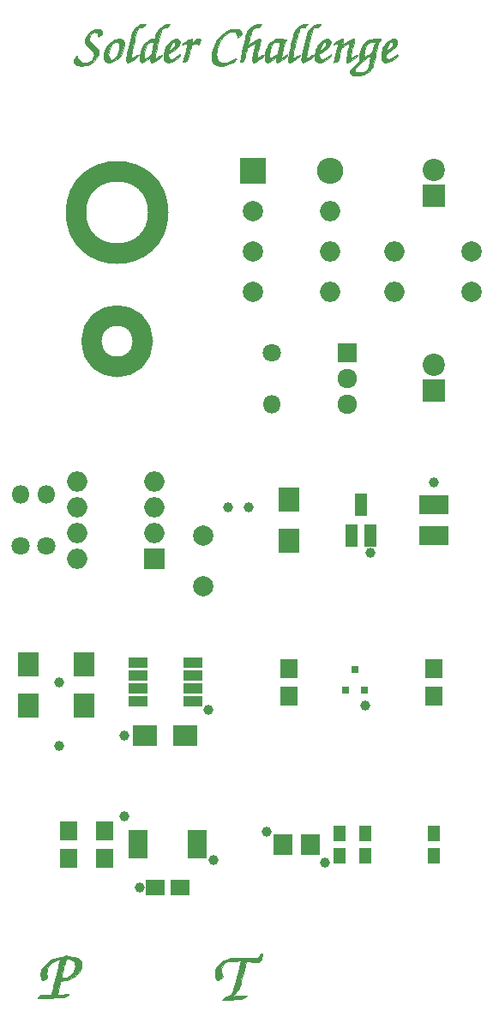
<source format=gts>
%TF.GenerationSoftware,KiCad,Pcbnew,(5.0.0)*%
%TF.CreationDate,2018-07-25T11:51:22+01:00*%
%TF.ProjectId,SolderChallenge,536F6C6465724368616C6C656E67652E,rev?*%
%TF.SameCoordinates,PX2faf080PY8f0d180*%
%TF.FileFunction,Soldermask,Top*%
%TF.FilePolarity,Negative*%
%FSLAX46Y46*%
G04 Gerber Fmt 4.6, Leading zero omitted, Abs format (unit mm)*
G04 Created by KiCad (PCBNEW (5.0.0)) date 07/25/18 11:51:22*
%MOMM*%
%LPD*%
G01*
G04 APERTURE LIST*
%ADD10C,0.010000*%
%ADD11C,2.032000*%
%ADD12C,2.000000*%
%ADD13R,1.950000X1.000000*%
%ADD14R,0.700000X0.800000*%
%ADD15R,1.850000X0.850000*%
%ADD16R,1.900000X0.800000*%
%ADD17R,1.200000X2.300000*%
%ADD18R,2.000000X2.000000*%
%ADD19O,2.000000X2.000000*%
%ADD20R,1.300000X1.600000*%
%ADD21R,1.700000X1.900000*%
%ADD22R,2.100000X2.400000*%
%ADD23C,1.800000*%
%ADD24O,1.800000X1.800000*%
%ADD25R,3.000000X1.900000*%
%ADD26R,2.200000X2.200000*%
%ADD27C,2.200000*%
%ADD28R,2.600000X2.600000*%
%ADD29O,2.600000X2.600000*%
%ADD30R,1.900000X1.650000*%
%ADD31R,2.400000X2.000000*%
%ADD32C,1.920000*%
%ADD33R,1.920000X1.920000*%
%ADD34C,1.000000*%
G04 APERTURE END LIST*
D10*
G36*
X27316033Y7237209D02*
X27322439Y7229603D01*
X27341728Y7150106D01*
X27327448Y7020616D01*
X27287124Y6865166D01*
X27228286Y6707785D01*
X27158462Y6572505D01*
X27089894Y6487273D01*
X27033315Y6442625D01*
X26976279Y6414971D01*
X26899598Y6401824D01*
X26784081Y6400699D01*
X26610538Y6409110D01*
X26526162Y6414241D01*
X26319581Y6428246D01*
X26125913Y6443496D01*
X25972556Y6457733D01*
X25910167Y6465002D01*
X25740834Y6488096D01*
X25449026Y5310132D01*
X25349709Y4910634D01*
X25266738Y4583662D01*
X25196340Y4319497D01*
X25134739Y4108424D01*
X25078159Y3940726D01*
X25022827Y3806687D01*
X24964966Y3696590D01*
X24900803Y3600719D01*
X24826562Y3509358D01*
X24738468Y3412790D01*
X24693346Y3365095D01*
X24396570Y3052667D01*
X24814702Y3054841D01*
X25036387Y3059330D01*
X25265245Y3069414D01*
X25462414Y3083220D01*
X25518584Y3088788D01*
X25692257Y3100844D01*
X25784574Y3089494D01*
X25795483Y3054955D01*
X25724933Y2997443D01*
X25572870Y2917177D01*
X25560917Y2911531D01*
X25404260Y2844835D01*
X25245761Y2794448D01*
X25070288Y2758300D01*
X24862710Y2734319D01*
X24607898Y2720434D01*
X24290720Y2714572D01*
X24118084Y2714000D01*
X23374725Y2714000D01*
X23518334Y2862167D01*
X23627220Y2954030D01*
X23728190Y3005425D01*
X23758615Y3010333D01*
X23916010Y3038226D01*
X24084444Y3109761D01*
X24226695Y3206722D01*
X24281770Y3266351D01*
X24321110Y3326128D01*
X24358452Y3395359D01*
X24396351Y3482438D01*
X24437362Y3595755D01*
X24484039Y3743702D01*
X24538937Y3934671D01*
X24604610Y4177054D01*
X24683612Y4479241D01*
X24778499Y4849624D01*
X24852536Y5141316D01*
X25204561Y6531464D01*
X24562531Y6517149D01*
X24314121Y6510875D01*
X24133555Y6503125D01*
X24004015Y6491248D01*
X23908686Y6472593D01*
X23830753Y6444509D01*
X23753400Y6404345D01*
X23718469Y6384077D01*
X23501959Y6211878D01*
X23353532Y5994450D01*
X23275799Y5740241D01*
X23271369Y5457702D01*
X23340792Y5161098D01*
X23425609Y4920028D01*
X23150898Y4741047D01*
X23004501Y4648507D01*
X22908306Y4606674D01*
X22844844Y4622645D01*
X22796648Y4703515D01*
X22746248Y4856380D01*
X22729627Y4912159D01*
X22679677Y5220151D01*
X22708619Y5524248D01*
X22810814Y5815686D01*
X22980629Y6085701D01*
X23212426Y6325528D01*
X23500570Y6526401D01*
X23839425Y6679558D01*
X23873571Y6691149D01*
X24052918Y6745318D01*
X24229960Y6786248D01*
X24418045Y6814810D01*
X24630524Y6831873D01*
X24880746Y6838310D01*
X25182061Y6834991D01*
X25547818Y6822787D01*
X25754371Y6813838D01*
X26097392Y6799201D01*
X26365196Y6790337D01*
X26567040Y6787284D01*
X26712180Y6790080D01*
X26809871Y6798761D01*
X26869370Y6813365D01*
X26880237Y6818409D01*
X26955557Y6883206D01*
X27045176Y6994016D01*
X27099533Y7077141D01*
X27178636Y7204705D01*
X27231654Y7267451D01*
X27272736Y7275060D01*
X27316033Y7237209D01*
X27316033Y7237209D01*
G37*
X27316033Y7237209D02*
X27322439Y7229603D01*
X27341728Y7150106D01*
X27327448Y7020616D01*
X27287124Y6865166D01*
X27228286Y6707785D01*
X27158462Y6572505D01*
X27089894Y6487273D01*
X27033315Y6442625D01*
X26976279Y6414971D01*
X26899598Y6401824D01*
X26784081Y6400699D01*
X26610538Y6409110D01*
X26526162Y6414241D01*
X26319581Y6428246D01*
X26125913Y6443496D01*
X25972556Y6457733D01*
X25910167Y6465002D01*
X25740834Y6488096D01*
X25449026Y5310132D01*
X25349709Y4910634D01*
X25266738Y4583662D01*
X25196340Y4319497D01*
X25134739Y4108424D01*
X25078159Y3940726D01*
X25022827Y3806687D01*
X24964966Y3696590D01*
X24900803Y3600719D01*
X24826562Y3509358D01*
X24738468Y3412790D01*
X24693346Y3365095D01*
X24396570Y3052667D01*
X24814702Y3054841D01*
X25036387Y3059330D01*
X25265245Y3069414D01*
X25462414Y3083220D01*
X25518584Y3088788D01*
X25692257Y3100844D01*
X25784574Y3089494D01*
X25795483Y3054955D01*
X25724933Y2997443D01*
X25572870Y2917177D01*
X25560917Y2911531D01*
X25404260Y2844835D01*
X25245761Y2794448D01*
X25070288Y2758300D01*
X24862710Y2734319D01*
X24607898Y2720434D01*
X24290720Y2714572D01*
X24118084Y2714000D01*
X23374725Y2714000D01*
X23518334Y2862167D01*
X23627220Y2954030D01*
X23728190Y3005425D01*
X23758615Y3010333D01*
X23916010Y3038226D01*
X24084444Y3109761D01*
X24226695Y3206722D01*
X24281770Y3266351D01*
X24321110Y3326128D01*
X24358452Y3395359D01*
X24396351Y3482438D01*
X24437362Y3595755D01*
X24484039Y3743702D01*
X24538937Y3934671D01*
X24604610Y4177054D01*
X24683612Y4479241D01*
X24778499Y4849624D01*
X24852536Y5141316D01*
X25204561Y6531464D01*
X24562531Y6517149D01*
X24314121Y6510875D01*
X24133555Y6503125D01*
X24004015Y6491248D01*
X23908686Y6472593D01*
X23830753Y6444509D01*
X23753400Y6404345D01*
X23718469Y6384077D01*
X23501959Y6211878D01*
X23353532Y5994450D01*
X23275799Y5740241D01*
X23271369Y5457702D01*
X23340792Y5161098D01*
X23425609Y4920028D01*
X23150898Y4741047D01*
X23004501Y4648507D01*
X22908306Y4606674D01*
X22844844Y4622645D01*
X22796648Y4703515D01*
X22746248Y4856380D01*
X22729627Y4912159D01*
X22679677Y5220151D01*
X22708619Y5524248D01*
X22810814Y5815686D01*
X22980629Y6085701D01*
X23212426Y6325528D01*
X23500570Y6526401D01*
X23839425Y6679558D01*
X23873571Y6691149D01*
X24052918Y6745318D01*
X24229960Y6786248D01*
X24418045Y6814810D01*
X24630524Y6831873D01*
X24880746Y6838310D01*
X25182061Y6834991D01*
X25547818Y6822787D01*
X25754371Y6813838D01*
X26097392Y6799201D01*
X26365196Y6790337D01*
X26567040Y6787284D01*
X26712180Y6790080D01*
X26809871Y6798761D01*
X26869370Y6813365D01*
X26880237Y6818409D01*
X26955557Y6883206D01*
X27045176Y6994016D01*
X27099533Y7077141D01*
X27178636Y7204705D01*
X27231654Y7267451D01*
X27272736Y7275060D01*
X27316033Y7237209D01*
G36*
X8014664Y7102733D02*
X8023965Y7064900D01*
X8024334Y7037438D01*
X8032062Y7001942D01*
X8064967Y6977568D01*
X8137628Y6961155D01*
X8264625Y6949542D01*
X8460536Y6939566D01*
X8479417Y6938753D01*
X8813498Y6908221D01*
X9073760Y6845780D01*
X9266361Y6747311D01*
X9397456Y6608698D01*
X9473203Y6425825D01*
X9497338Y6258049D01*
X9476255Y5940617D01*
X9375686Y5641103D01*
X9200041Y5366017D01*
X8953727Y5121871D01*
X8641153Y4915177D01*
X8559745Y4873322D01*
X8265590Y4744500D01*
X7981311Y4648127D01*
X7728108Y4590558D01*
X7569892Y4576667D01*
X7459636Y4559955D01*
X7401186Y4499737D01*
X7393250Y4481135D01*
X7369927Y4404227D01*
X7335144Y4270669D01*
X7292837Y4097730D01*
X7246936Y3902676D01*
X7201374Y3702773D01*
X7160086Y3515290D01*
X7127002Y3357492D01*
X7106056Y3246646D01*
X7101181Y3200020D01*
X7101392Y3199719D01*
X7145991Y3197291D01*
X7258931Y3199559D01*
X7424051Y3205989D01*
X7625188Y3216051D01*
X7664500Y3218236D01*
X7873370Y3227398D01*
X8052098Y3230297D01*
X8183504Y3227011D01*
X8250407Y3217620D01*
X8253998Y3215539D01*
X8243368Y3181494D01*
X8169525Y3131120D01*
X8050365Y3072375D01*
X7903784Y3013214D01*
X7747680Y2961594D01*
X7602708Y2925991D01*
X7498726Y2914304D01*
X7324409Y2903839D01*
X7094084Y2895057D01*
X6822079Y2888417D01*
X6522723Y2884380D01*
X6274584Y2883333D01*
X5171391Y2883333D01*
X5458609Y3179667D01*
X6489774Y3179667D01*
X6620785Y3655917D01*
X6661732Y3809473D01*
X6717247Y4024455D01*
X6783958Y4287196D01*
X6858495Y4584032D01*
X6933800Y4886488D01*
X7523603Y4886488D01*
X7532268Y4856920D01*
X7660869Y4835241D01*
X7838834Y4846842D01*
X8038532Y4889787D01*
X8050249Y4893213D01*
X8306855Y5011932D01*
X8524457Y5198077D01*
X8694544Y5440090D01*
X8808606Y5726413D01*
X8854280Y5985179D01*
X8847048Y6245610D01*
X8777376Y6449517D01*
X8646299Y6595673D01*
X8454850Y6682854D01*
X8243009Y6709720D01*
X8103170Y6707783D01*
X7999457Y6697880D01*
X7960347Y6685609D01*
X7941919Y6637703D01*
X7906705Y6519917D01*
X7858098Y6344597D01*
X7799486Y6124091D01*
X7734261Y5870746D01*
X7707988Y5766603D01*
X7625566Y5429150D01*
X7567569Y5171056D01*
X7533685Y4990707D01*
X7523603Y4886488D01*
X6933800Y4886488D01*
X6937487Y4901296D01*
X7017562Y5225325D01*
X7095351Y5542451D01*
X7167482Y5839011D01*
X7230583Y6101337D01*
X7281285Y6315766D01*
X7316217Y6468632D01*
X7326719Y6517727D01*
X7355621Y6659621D01*
X7213727Y6631216D01*
X6961913Y6574645D01*
X6771727Y6514192D01*
X6620381Y6439451D01*
X6485089Y6340013D01*
X6395115Y6257354D01*
X6223305Y6058208D01*
X6110975Y5845804D01*
X6054791Y5605762D01*
X6051420Y5323703D01*
X6097529Y4985248D01*
X6098738Y4978833D01*
X6105980Y4907127D01*
X6084995Y4852686D01*
X6020809Y4797133D01*
X5898447Y4722093D01*
X5881532Y4712288D01*
X5750221Y4643632D01*
X5643377Y4600904D01*
X5587039Y4593176D01*
X5550218Y4642830D01*
X5510158Y4750071D01*
X5483722Y4854781D01*
X5454769Y5189599D01*
X5504510Y5512790D01*
X5627111Y5817564D01*
X5816738Y6097129D01*
X6067555Y6344692D01*
X6373729Y6553463D01*
X6729425Y6716649D01*
X7128809Y6827459D01*
X7187729Y6838380D01*
X7387745Y6881658D01*
X7584823Y6938278D01*
X7742442Y6997458D01*
X7768162Y7009733D01*
X7903439Y7076953D01*
X7980047Y7107351D01*
X8014664Y7102733D01*
X8014664Y7102733D01*
G37*
X8014664Y7102733D02*
X8023965Y7064900D01*
X8024334Y7037438D01*
X8032062Y7001942D01*
X8064967Y6977568D01*
X8137628Y6961155D01*
X8264625Y6949542D01*
X8460536Y6939566D01*
X8479417Y6938753D01*
X8813498Y6908221D01*
X9073760Y6845780D01*
X9266361Y6747311D01*
X9397456Y6608698D01*
X9473203Y6425825D01*
X9497338Y6258049D01*
X9476255Y5940617D01*
X9375686Y5641103D01*
X9200041Y5366017D01*
X8953727Y5121871D01*
X8641153Y4915177D01*
X8559745Y4873322D01*
X8265590Y4744500D01*
X7981311Y4648127D01*
X7728108Y4590558D01*
X7569892Y4576667D01*
X7459636Y4559955D01*
X7401186Y4499737D01*
X7393250Y4481135D01*
X7369927Y4404227D01*
X7335144Y4270669D01*
X7292837Y4097730D01*
X7246936Y3902676D01*
X7201374Y3702773D01*
X7160086Y3515290D01*
X7127002Y3357492D01*
X7106056Y3246646D01*
X7101181Y3200020D01*
X7101392Y3199719D01*
X7145991Y3197291D01*
X7258931Y3199559D01*
X7424051Y3205989D01*
X7625188Y3216051D01*
X7664500Y3218236D01*
X7873370Y3227398D01*
X8052098Y3230297D01*
X8183504Y3227011D01*
X8250407Y3217620D01*
X8253998Y3215539D01*
X8243368Y3181494D01*
X8169525Y3131120D01*
X8050365Y3072375D01*
X7903784Y3013214D01*
X7747680Y2961594D01*
X7602708Y2925991D01*
X7498726Y2914304D01*
X7324409Y2903839D01*
X7094084Y2895057D01*
X6822079Y2888417D01*
X6522723Y2884380D01*
X6274584Y2883333D01*
X5171391Y2883333D01*
X5458609Y3179667D01*
X6489774Y3179667D01*
X6620785Y3655917D01*
X6661732Y3809473D01*
X6717247Y4024455D01*
X6783958Y4287196D01*
X6858495Y4584032D01*
X6933800Y4886488D01*
X7523603Y4886488D01*
X7532268Y4856920D01*
X7660869Y4835241D01*
X7838834Y4846842D01*
X8038532Y4889787D01*
X8050249Y4893213D01*
X8306855Y5011932D01*
X8524457Y5198077D01*
X8694544Y5440090D01*
X8808606Y5726413D01*
X8854280Y5985179D01*
X8847048Y6245610D01*
X8777376Y6449517D01*
X8646299Y6595673D01*
X8454850Y6682854D01*
X8243009Y6709720D01*
X8103170Y6707783D01*
X7999457Y6697880D01*
X7960347Y6685609D01*
X7941919Y6637703D01*
X7906705Y6519917D01*
X7858098Y6344597D01*
X7799486Y6124091D01*
X7734261Y5870746D01*
X7707988Y5766603D01*
X7625566Y5429150D01*
X7567569Y5171056D01*
X7533685Y4990707D01*
X7523603Y4886488D01*
X6933800Y4886488D01*
X6937487Y4901296D01*
X7017562Y5225325D01*
X7095351Y5542451D01*
X7167482Y5839011D01*
X7230583Y6101337D01*
X7281285Y6315766D01*
X7316217Y6468632D01*
X7326719Y6517727D01*
X7355621Y6659621D01*
X7213727Y6631216D01*
X6961913Y6574645D01*
X6771727Y6514192D01*
X6620381Y6439451D01*
X6485089Y6340013D01*
X6395115Y6257354D01*
X6223305Y6058208D01*
X6110975Y5845804D01*
X6054791Y5605762D01*
X6051420Y5323703D01*
X6097529Y4985248D01*
X6098738Y4978833D01*
X6105980Y4907127D01*
X6084995Y4852686D01*
X6020809Y4797133D01*
X5898447Y4722093D01*
X5881532Y4712288D01*
X5750221Y4643632D01*
X5643377Y4600904D01*
X5587039Y4593176D01*
X5550218Y4642830D01*
X5510158Y4750071D01*
X5483722Y4854781D01*
X5454769Y5189599D01*
X5504510Y5512790D01*
X5627111Y5817564D01*
X5816738Y6097129D01*
X6067555Y6344692D01*
X6373729Y6553463D01*
X6729425Y6716649D01*
X7128809Y6827459D01*
X7187729Y6838380D01*
X7387745Y6881658D01*
X7584823Y6938278D01*
X7742442Y6997458D01*
X7768162Y7009733D01*
X7903439Y7076953D01*
X7980047Y7107351D01*
X8014664Y7102733D01*
G36*
X38934325Y97488544D02*
X39026503Y97470906D01*
X39055561Y97432617D01*
X39028547Y97369540D01*
X38952511Y97277533D01*
X38925069Y97247813D01*
X38882935Y97201505D01*
X38847366Y97155523D01*
X38815484Y97100335D01*
X38784409Y97026411D01*
X38751261Y96924218D01*
X38713160Y96784227D01*
X38667228Y96596904D01*
X38610583Y96352720D01*
X38540347Y96042142D01*
X38481310Y95779049D01*
X38413595Y95485805D01*
X38346461Y95211032D01*
X38283566Y94968514D01*
X38228566Y94772037D01*
X38185119Y94635386D01*
X38164366Y94584306D01*
X38056424Y94434668D01*
X37888865Y94275988D01*
X37682648Y94125231D01*
X37458730Y93999363D01*
X37419237Y93981137D01*
X37244353Y93925054D01*
X37025003Y93886199D01*
X36785597Y93865547D01*
X36550544Y93864070D01*
X36344252Y93882743D01*
X36191133Y93922541D01*
X36172333Y93931381D01*
X36075062Y93993249D01*
X36028830Y94067874D01*
X36011142Y94188227D01*
X36008449Y94275087D01*
X36022229Y94345396D01*
X36063289Y94417570D01*
X36076871Y94433436D01*
X36468666Y94433436D01*
X36507155Y94322116D01*
X36613345Y94236995D01*
X36773325Y94181747D01*
X36973181Y94160044D01*
X37199001Y94175559D01*
X37338955Y94203702D01*
X37541517Y94294979D01*
X37649533Y94390548D01*
X37684897Y94432604D01*
X37715481Y94477004D01*
X37744104Y94533304D01*
X37773585Y94611060D01*
X37806743Y94719827D01*
X37846397Y94869159D01*
X37895365Y95068614D01*
X37956466Y95327745D01*
X38032519Y95656110D01*
X38067041Y95805868D01*
X38071858Y95850344D01*
X38051099Y95859390D01*
X37993750Y95827851D01*
X37888798Y95750571D01*
X37798461Y95680154D01*
X37459504Y95412522D01*
X37182135Y95190474D01*
X36960452Y95008474D01*
X36788548Y94860988D01*
X36660520Y94742478D01*
X36570464Y94647411D01*
X36512476Y94570250D01*
X36480651Y94505461D01*
X36469084Y94447508D01*
X36468666Y94433436D01*
X36076871Y94433436D01*
X36142438Y94510024D01*
X36270485Y94641173D01*
X36286308Y94657038D01*
X36442041Y94809068D01*
X36604829Y94961509D01*
X36746399Y95088061D01*
X36783685Y95119694D01*
X36895988Y95216457D01*
X36952959Y95281264D01*
X36965903Y95334387D01*
X36946128Y95396096D01*
X36942435Y95404292D01*
X36900464Y95560256D01*
X36899941Y95761265D01*
X36930811Y95953148D01*
X37369525Y95953148D01*
X37383949Y95809998D01*
X37393802Y95782865D01*
X37437525Y95706841D01*
X37467979Y95680334D01*
X37511720Y95703954D01*
X37606944Y95767467D01*
X37737487Y95859851D01*
X37824954Y95923750D01*
X38154467Y96167167D01*
X38250610Y96522715D01*
X38311976Y96724961D01*
X38374370Y96868360D01*
X38449954Y96978000D01*
X38494664Y97026176D01*
X38642575Y97174087D01*
X38243537Y97144586D01*
X38003820Y97119658D01*
X37838270Y97084896D01*
X37738666Y97039579D01*
X37652931Y96940878D01*
X37568871Y96780039D01*
X37492493Y96578955D01*
X37429804Y96359518D01*
X37386812Y96143618D01*
X37369525Y95953148D01*
X36930811Y95953148D01*
X36941358Y96018700D01*
X36975276Y96161730D01*
X37057184Y96447511D01*
X37143515Y96668832D01*
X37244296Y96845718D01*
X37369555Y96998190D01*
X37418859Y97047412D01*
X37594914Y97203698D01*
X37759222Y97315661D01*
X37933469Y97391698D01*
X38139342Y97440200D01*
X38398527Y97469563D01*
X38532416Y97478432D01*
X38771979Y97489673D01*
X38934325Y97488544D01*
X38934325Y97488544D01*
G37*
X38934325Y97488544D02*
X39026503Y97470906D01*
X39055561Y97432617D01*
X39028547Y97369540D01*
X38952511Y97277533D01*
X38925069Y97247813D01*
X38882935Y97201505D01*
X38847366Y97155523D01*
X38815484Y97100335D01*
X38784409Y97026411D01*
X38751261Y96924218D01*
X38713160Y96784227D01*
X38667228Y96596904D01*
X38610583Y96352720D01*
X38540347Y96042142D01*
X38481310Y95779049D01*
X38413595Y95485805D01*
X38346461Y95211032D01*
X38283566Y94968514D01*
X38228566Y94772037D01*
X38185119Y94635386D01*
X38164366Y94584306D01*
X38056424Y94434668D01*
X37888865Y94275988D01*
X37682648Y94125231D01*
X37458730Y93999363D01*
X37419237Y93981137D01*
X37244353Y93925054D01*
X37025003Y93886199D01*
X36785597Y93865547D01*
X36550544Y93864070D01*
X36344252Y93882743D01*
X36191133Y93922541D01*
X36172333Y93931381D01*
X36075062Y93993249D01*
X36028830Y94067874D01*
X36011142Y94188227D01*
X36008449Y94275087D01*
X36022229Y94345396D01*
X36063289Y94417570D01*
X36076871Y94433436D01*
X36468666Y94433436D01*
X36507155Y94322116D01*
X36613345Y94236995D01*
X36773325Y94181747D01*
X36973181Y94160044D01*
X37199001Y94175559D01*
X37338955Y94203702D01*
X37541517Y94294979D01*
X37649533Y94390548D01*
X37684897Y94432604D01*
X37715481Y94477004D01*
X37744104Y94533304D01*
X37773585Y94611060D01*
X37806743Y94719827D01*
X37846397Y94869159D01*
X37895365Y95068614D01*
X37956466Y95327745D01*
X38032519Y95656110D01*
X38067041Y95805868D01*
X38071858Y95850344D01*
X38051099Y95859390D01*
X37993750Y95827851D01*
X37888798Y95750571D01*
X37798461Y95680154D01*
X37459504Y95412522D01*
X37182135Y95190474D01*
X36960452Y95008474D01*
X36788548Y94860988D01*
X36660520Y94742478D01*
X36570464Y94647411D01*
X36512476Y94570250D01*
X36480651Y94505461D01*
X36469084Y94447508D01*
X36468666Y94433436D01*
X36076871Y94433436D01*
X36142438Y94510024D01*
X36270485Y94641173D01*
X36286308Y94657038D01*
X36442041Y94809068D01*
X36604829Y94961509D01*
X36746399Y95088061D01*
X36783685Y95119694D01*
X36895988Y95216457D01*
X36952959Y95281264D01*
X36965903Y95334387D01*
X36946128Y95396096D01*
X36942435Y95404292D01*
X36900464Y95560256D01*
X36899941Y95761265D01*
X36930811Y95953148D01*
X37369525Y95953148D01*
X37383949Y95809998D01*
X37393802Y95782865D01*
X37437525Y95706841D01*
X37467979Y95680334D01*
X37511720Y95703954D01*
X37606944Y95767467D01*
X37737487Y95859851D01*
X37824954Y95923750D01*
X38154467Y96167167D01*
X38250610Y96522715D01*
X38311976Y96724961D01*
X38374370Y96868360D01*
X38449954Y96978000D01*
X38494664Y97026176D01*
X38642575Y97174087D01*
X38243537Y97144586D01*
X38003820Y97119658D01*
X37838270Y97084896D01*
X37738666Y97039579D01*
X37652931Y96940878D01*
X37568871Y96780039D01*
X37492493Y96578955D01*
X37429804Y96359518D01*
X37386812Y96143618D01*
X37369525Y95953148D01*
X36930811Y95953148D01*
X36941358Y96018700D01*
X36975276Y96161730D01*
X37057184Y96447511D01*
X37143515Y96668832D01*
X37244296Y96845718D01*
X37369555Y96998190D01*
X37418859Y97047412D01*
X37594914Y97203698D01*
X37759222Y97315661D01*
X37933469Y97391698D01*
X38139342Y97440200D01*
X38398527Y97469563D01*
X38532416Y97478432D01*
X38771979Y97489673D01*
X38934325Y97488544D01*
G36*
X11243610Y98411014D02*
X11399974Y98324597D01*
X11496093Y98179002D01*
X11508463Y98141575D01*
X11521541Y98029110D01*
X11480741Y97934966D01*
X11375488Y97842301D01*
X11284398Y97784748D01*
X11155784Y97708995D01*
X11128355Y97827081D01*
X11073407Y97993051D01*
X10993312Y98089463D01*
X10871914Y98130946D01*
X10787543Y98135667D01*
X10660490Y98126873D01*
X10565043Y98089317D01*
X10464168Y98006236D01*
X10432197Y97974826D01*
X10291446Y97783940D01*
X10229692Y97576226D01*
X10249690Y97361411D01*
X10302046Y97265050D01*
X10415663Y97134169D01*
X10594728Y96964187D01*
X10688291Y96881908D01*
X10847769Y96738127D01*
X10986408Y96602233D01*
X11089376Y96489494D01*
X11141841Y96415178D01*
X11141948Y96414937D01*
X11181994Y96224276D01*
X11154222Y96004776D01*
X11063967Y95770227D01*
X10916562Y95534417D01*
X10717342Y95311136D01*
X10713572Y95307560D01*
X10409215Y95073419D01*
X10066189Y94912522D01*
X9775986Y94836970D01*
X9609529Y94808288D01*
X9491643Y94797526D01*
X9387984Y94805483D01*
X9264205Y94832958D01*
X9198403Y94850388D01*
X9048763Y94905925D01*
X8903611Y94984870D01*
X8783961Y95072761D01*
X8710825Y95155135D01*
X8698000Y95194817D01*
X8714749Y95276535D01*
X8757803Y95399962D01*
X8816366Y95540768D01*
X8879644Y95674626D01*
X8936843Y95777205D01*
X8977168Y95824178D01*
X8977251Y95824210D01*
X9025304Y95800057D01*
X9078691Y95697913D01*
X9098923Y95641745D01*
X9208413Y95427707D01*
X9366620Y95270072D01*
X9559765Y95168123D01*
X9774068Y95121145D01*
X9995748Y95128422D01*
X10211025Y95189238D01*
X10406120Y95302877D01*
X10567252Y95468623D01*
X10680642Y95685760D01*
X10693239Y95724575D01*
X10723128Y95880652D01*
X10708079Y96023543D01*
X10641385Y96167118D01*
X10516341Y96325247D01*
X10326241Y96511800D01*
X10301935Y96533871D01*
X10153979Y96673460D01*
X10025091Y96806017D01*
X9931944Y96913784D01*
X9896668Y96965479D01*
X9834265Y97172576D01*
X9842656Y97396137D01*
X9912814Y97624393D01*
X10035712Y97845576D01*
X10202323Y98047920D01*
X10403619Y98219654D01*
X10630574Y98349013D01*
X10874159Y98424228D01*
X11026620Y98438490D01*
X11243610Y98411014D01*
X11243610Y98411014D01*
G37*
X11243610Y98411014D02*
X11399974Y98324597D01*
X11496093Y98179002D01*
X11508463Y98141575D01*
X11521541Y98029110D01*
X11480741Y97934966D01*
X11375488Y97842301D01*
X11284398Y97784748D01*
X11155784Y97708995D01*
X11128355Y97827081D01*
X11073407Y97993051D01*
X10993312Y98089463D01*
X10871914Y98130946D01*
X10787543Y98135667D01*
X10660490Y98126873D01*
X10565043Y98089317D01*
X10464168Y98006236D01*
X10432197Y97974826D01*
X10291446Y97783940D01*
X10229692Y97576226D01*
X10249690Y97361411D01*
X10302046Y97265050D01*
X10415663Y97134169D01*
X10594728Y96964187D01*
X10688291Y96881908D01*
X10847769Y96738127D01*
X10986408Y96602233D01*
X11089376Y96489494D01*
X11141841Y96415178D01*
X11141948Y96414937D01*
X11181994Y96224276D01*
X11154222Y96004776D01*
X11063967Y95770227D01*
X10916562Y95534417D01*
X10717342Y95311136D01*
X10713572Y95307560D01*
X10409215Y95073419D01*
X10066189Y94912522D01*
X9775986Y94836970D01*
X9609529Y94808288D01*
X9491643Y94797526D01*
X9387984Y94805483D01*
X9264205Y94832958D01*
X9198403Y94850388D01*
X9048763Y94905925D01*
X8903611Y94984870D01*
X8783961Y95072761D01*
X8710825Y95155135D01*
X8698000Y95194817D01*
X8714749Y95276535D01*
X8757803Y95399962D01*
X8816366Y95540768D01*
X8879644Y95674626D01*
X8936843Y95777205D01*
X8977168Y95824178D01*
X8977251Y95824210D01*
X9025304Y95800057D01*
X9078691Y95697913D01*
X9098923Y95641745D01*
X9208413Y95427707D01*
X9366620Y95270072D01*
X9559765Y95168123D01*
X9774068Y95121145D01*
X9995748Y95128422D01*
X10211025Y95189238D01*
X10406120Y95302877D01*
X10567252Y95468623D01*
X10680642Y95685760D01*
X10693239Y95724575D01*
X10723128Y95880652D01*
X10708079Y96023543D01*
X10641385Y96167118D01*
X10516341Y96325247D01*
X10326241Y96511800D01*
X10301935Y96533871D01*
X10153979Y96673460D01*
X10025091Y96806017D01*
X9931944Y96913784D01*
X9896668Y96965479D01*
X9834265Y97172576D01*
X9842656Y97396137D01*
X9912814Y97624393D01*
X10035712Y97845576D01*
X10202323Y98047920D01*
X10403619Y98219654D01*
X10630574Y98349013D01*
X10874159Y98424228D01*
X11026620Y98438490D01*
X11243610Y98411014D01*
G36*
X25026318Y98410157D02*
X25192125Y98288269D01*
X25252047Y98207695D01*
X25318943Y98069705D01*
X25325052Y97955710D01*
X25265419Y97845105D01*
X25135094Y97717289D01*
X25133916Y97716281D01*
X24932833Y97544308D01*
X24899373Y97681237D01*
X24827544Y97904507D01*
X24733336Y98054392D01*
X24605514Y98141439D01*
X24432844Y98176194D01*
X24370197Y98178000D01*
X24183398Y98146122D01*
X23970078Y98059087D01*
X23754079Y97929797D01*
X23559245Y97771152D01*
X23493936Y97703878D01*
X23226765Y97348700D01*
X23022980Y96945878D01*
X22879603Y96488943D01*
X22835699Y96273740D01*
X22806343Y95937346D01*
X22843486Y95648364D01*
X22946438Y95409239D01*
X23114509Y95222416D01*
X23137331Y95204876D01*
X23314163Y95124289D01*
X23539200Y95101764D01*
X23800637Y95135631D01*
X24086673Y95224224D01*
X24385503Y95365874D01*
X24421672Y95386364D01*
X24562748Y95464095D01*
X24676019Y95519783D01*
X24741677Y95543888D01*
X24748508Y95543804D01*
X24771366Y95504452D01*
X24732783Y95434023D01*
X24644267Y95344414D01*
X24517327Y95247523D01*
X24382500Y95165424D01*
X24040637Y95002246D01*
X23706645Y94885761D01*
X23393697Y94818704D01*
X23114967Y94803810D01*
X22883630Y94843814D01*
X22865069Y94850393D01*
X22639670Y94973455D01*
X22476265Y95152164D01*
X22373893Y95388133D01*
X22331594Y95682973D01*
X22330263Y95747645D01*
X22368473Y96173346D01*
X22480342Y96594548D01*
X22657780Y96999984D01*
X22892700Y97378392D01*
X23177016Y97718505D01*
X23502638Y98009059D01*
X23861480Y98238789D01*
X24228209Y98391186D01*
X24541321Y98462161D01*
X24808370Y98468303D01*
X25026318Y98410157D01*
X25026318Y98410157D01*
G37*
X25026318Y98410157D02*
X25192125Y98288269D01*
X25252047Y98207695D01*
X25318943Y98069705D01*
X25325052Y97955710D01*
X25265419Y97845105D01*
X25135094Y97717289D01*
X25133916Y97716281D01*
X24932833Y97544308D01*
X24899373Y97681237D01*
X24827544Y97904507D01*
X24733336Y98054392D01*
X24605514Y98141439D01*
X24432844Y98176194D01*
X24370197Y98178000D01*
X24183398Y98146122D01*
X23970078Y98059087D01*
X23754079Y97929797D01*
X23559245Y97771152D01*
X23493936Y97703878D01*
X23226765Y97348700D01*
X23022980Y96945878D01*
X22879603Y96488943D01*
X22835699Y96273740D01*
X22806343Y95937346D01*
X22843486Y95648364D01*
X22946438Y95409239D01*
X23114509Y95222416D01*
X23137331Y95204876D01*
X23314163Y95124289D01*
X23539200Y95101764D01*
X23800637Y95135631D01*
X24086673Y95224224D01*
X24385503Y95365874D01*
X24421672Y95386364D01*
X24562748Y95464095D01*
X24676019Y95519783D01*
X24741677Y95543888D01*
X24748508Y95543804D01*
X24771366Y95504452D01*
X24732783Y95434023D01*
X24644267Y95344414D01*
X24517327Y95247523D01*
X24382500Y95165424D01*
X24040637Y95002246D01*
X23706645Y94885761D01*
X23393697Y94818704D01*
X23114967Y94803810D01*
X22883630Y94843814D01*
X22865069Y94850393D01*
X22639670Y94973455D01*
X22476265Y95152164D01*
X22373893Y95388133D01*
X22331594Y95682973D01*
X22330263Y95747645D01*
X22368473Y96173346D01*
X22480342Y96594548D01*
X22657780Y96999984D01*
X22892700Y97378392D01*
X23177016Y97718505D01*
X23502638Y98009059D01*
X23861480Y98238789D01*
X24228209Y98391186D01*
X24541321Y98462161D01*
X24808370Y98468303D01*
X25026318Y98410157D01*
G36*
X13283231Y97478867D02*
X13454756Y97414190D01*
X13589748Y97305206D01*
X13631698Y97243061D01*
X13683395Y97063602D01*
X13687499Y96836473D01*
X13649499Y96579964D01*
X13574886Y96312364D01*
X13469148Y96051963D01*
X13337777Y95817050D01*
X13186260Y95625914D01*
X13130638Y95573729D01*
X12931246Y95428515D01*
X12699894Y95299621D01*
X12465146Y95200601D01*
X12255566Y95145009D01*
X12216695Y95140050D01*
X12081210Y95134523D01*
X11987800Y95158748D01*
X11895721Y95224899D01*
X11876798Y95241612D01*
X11767464Y95373554D01*
X11707358Y95537651D01*
X11692605Y95749833D01*
X11705964Y95918873D01*
X12146315Y95918873D01*
X12175665Y95715248D01*
X12246172Y95559652D01*
X12350415Y95459539D01*
X12480972Y95422361D01*
X12630424Y95455571D01*
X12774561Y95551457D01*
X12906838Y95706554D01*
X13028975Y95919729D01*
X13129381Y96164411D01*
X13196463Y96414022D01*
X13216597Y96564735D01*
X13217963Y96798870D01*
X13182158Y96969268D01*
X13104793Y97090252D01*
X13039364Y97143287D01*
X12904710Y97186712D01*
X12760490Y97156200D01*
X12614638Y97060649D01*
X12475088Y96908959D01*
X12349773Y96710030D01*
X12246628Y96472762D01*
X12173586Y96206056D01*
X12165543Y96163076D01*
X12146315Y95918873D01*
X11705964Y95918873D01*
X11707453Y95937712D01*
X11790911Y96329686D01*
X11940668Y96669038D01*
X12156901Y96956024D01*
X12439785Y97190902D01*
X12649475Y97310842D01*
X12816399Y97386787D01*
X12975580Y97448311D01*
X13095461Y97483351D01*
X13105670Y97485197D01*
X13283231Y97478867D01*
X13283231Y97478867D01*
G37*
X13283231Y97478867D02*
X13454756Y97414190D01*
X13589748Y97305206D01*
X13631698Y97243061D01*
X13683395Y97063602D01*
X13687499Y96836473D01*
X13649499Y96579964D01*
X13574886Y96312364D01*
X13469148Y96051963D01*
X13337777Y95817050D01*
X13186260Y95625914D01*
X13130638Y95573729D01*
X12931246Y95428515D01*
X12699894Y95299621D01*
X12465146Y95200601D01*
X12255566Y95145009D01*
X12216695Y95140050D01*
X12081210Y95134523D01*
X11987800Y95158748D01*
X11895721Y95224899D01*
X11876798Y95241612D01*
X11767464Y95373554D01*
X11707358Y95537651D01*
X11692605Y95749833D01*
X11705964Y95918873D01*
X12146315Y95918873D01*
X12175665Y95715248D01*
X12246172Y95559652D01*
X12350415Y95459539D01*
X12480972Y95422361D01*
X12630424Y95455571D01*
X12774561Y95551457D01*
X12906838Y95706554D01*
X13028975Y95919729D01*
X13129381Y96164411D01*
X13196463Y96414022D01*
X13216597Y96564735D01*
X13217963Y96798870D01*
X13182158Y96969268D01*
X13104793Y97090252D01*
X13039364Y97143287D01*
X12904710Y97186712D01*
X12760490Y97156200D01*
X12614638Y97060649D01*
X12475088Y96908959D01*
X12349773Y96710030D01*
X12246628Y96472762D01*
X12173586Y96206056D01*
X12165543Y96163076D01*
X12146315Y95918873D01*
X11705964Y95918873D01*
X11707453Y95937712D01*
X11790911Y96329686D01*
X11940668Y96669038D01*
X12156901Y96956024D01*
X12439785Y97190902D01*
X12649475Y97310842D01*
X12816399Y97386787D01*
X12975580Y97448311D01*
X13095461Y97483351D01*
X13105670Y97485197D01*
X13283231Y97478867D01*
G36*
X15695413Y98935046D02*
X15783877Y98922204D01*
X15808279Y98908250D01*
X15781928Y98859253D01*
X15717730Y98773712D01*
X15686379Y98736042D01*
X15601292Y98647941D01*
X15528201Y98614594D01*
X15431112Y98621006D01*
X15416613Y98623646D01*
X15296162Y98639073D01*
X15200343Y98628265D01*
X15121835Y98581685D01*
X15053316Y98489797D01*
X14987464Y98343064D01*
X14916957Y98131950D01*
X14842633Y97876041D01*
X14770577Y97610061D01*
X14696174Y97318886D01*
X14622546Y97016482D01*
X14552814Y96716813D01*
X14490102Y96433847D01*
X14437531Y96181548D01*
X14398223Y95973883D01*
X14375302Y95824817D01*
X14370666Y95764925D01*
X14379872Y95660688D01*
X14414382Y95607295D01*
X14484533Y95604747D01*
X14600662Y95653046D01*
X14773108Y95752196D01*
X14794000Y95765000D01*
X14951707Y95860017D01*
X15051477Y95912799D01*
X15106239Y95927438D01*
X15128923Y95908026D01*
X15132666Y95872169D01*
X15098777Y95816458D01*
X15007452Y95728688D01*
X14874206Y95619773D01*
X14714554Y95500627D01*
X14544012Y95382164D01*
X14378094Y95275299D01*
X14232316Y95190944D01*
X14122191Y95140014D01*
X14077621Y95130000D01*
X13999401Y95158842D01*
X13934085Y95254780D01*
X13919020Y95288741D01*
X13899924Y95338619D01*
X13887834Y95389569D01*
X13884327Y95452057D01*
X13890979Y95536551D01*
X13909366Y95653514D01*
X13941065Y95813414D01*
X13987653Y96026717D01*
X14050706Y96303887D01*
X14111909Y96569325D01*
X14208228Y96984232D01*
X14289000Y97325413D01*
X14357161Y97601765D01*
X14415649Y97822186D01*
X14467399Y97995574D01*
X14515350Y98130825D01*
X14562438Y98236839D01*
X14611599Y98322511D01*
X14665772Y98396741D01*
X14727893Y98468426D01*
X14744828Y98486798D01*
X14959261Y98695677D01*
X15155139Y98835247D01*
X15347591Y98913874D01*
X15551748Y98939926D01*
X15564288Y98940000D01*
X15695413Y98935046D01*
X15695413Y98935046D01*
G37*
X15695413Y98935046D02*
X15783877Y98922204D01*
X15808279Y98908250D01*
X15781928Y98859253D01*
X15717730Y98773712D01*
X15686379Y98736042D01*
X15601292Y98647941D01*
X15528201Y98614594D01*
X15431112Y98621006D01*
X15416613Y98623646D01*
X15296162Y98639073D01*
X15200343Y98628265D01*
X15121835Y98581685D01*
X15053316Y98489797D01*
X14987464Y98343064D01*
X14916957Y98131950D01*
X14842633Y97876041D01*
X14770577Y97610061D01*
X14696174Y97318886D01*
X14622546Y97016482D01*
X14552814Y96716813D01*
X14490102Y96433847D01*
X14437531Y96181548D01*
X14398223Y95973883D01*
X14375302Y95824817D01*
X14370666Y95764925D01*
X14379872Y95660688D01*
X14414382Y95607295D01*
X14484533Y95604747D01*
X14600662Y95653046D01*
X14773108Y95752196D01*
X14794000Y95765000D01*
X14951707Y95860017D01*
X15051477Y95912799D01*
X15106239Y95927438D01*
X15128923Y95908026D01*
X15132666Y95872169D01*
X15098777Y95816458D01*
X15007452Y95728688D01*
X14874206Y95619773D01*
X14714554Y95500627D01*
X14544012Y95382164D01*
X14378094Y95275299D01*
X14232316Y95190944D01*
X14122191Y95140014D01*
X14077621Y95130000D01*
X13999401Y95158842D01*
X13934085Y95254780D01*
X13919020Y95288741D01*
X13899924Y95338619D01*
X13887834Y95389569D01*
X13884327Y95452057D01*
X13890979Y95536551D01*
X13909366Y95653514D01*
X13941065Y95813414D01*
X13987653Y96026717D01*
X14050706Y96303887D01*
X14111909Y96569325D01*
X14208228Y96984232D01*
X14289000Y97325413D01*
X14357161Y97601765D01*
X14415649Y97822186D01*
X14467399Y97995574D01*
X14515350Y98130825D01*
X14562438Y98236839D01*
X14611599Y98322511D01*
X14665772Y98396741D01*
X14727893Y98468426D01*
X14744828Y98486798D01*
X14959261Y98695677D01*
X15155139Y98835247D01*
X15347591Y98913874D01*
X15551748Y98939926D01*
X15564288Y98940000D01*
X15695413Y98935046D01*
G36*
X18137631Y98938653D02*
X18180336Y98916326D01*
X18180666Y98913247D01*
X18160312Y98863491D01*
X18109522Y98772023D01*
X18089750Y98739389D01*
X18022786Y98645346D01*
X17958800Y98609581D01*
X17863730Y98614242D01*
X17853942Y98615797D01*
X17673317Y98616620D01*
X17531513Y98547537D01*
X17419238Y98411758D01*
X17376986Y98317917D01*
X17322468Y98158368D01*
X17258637Y97945520D01*
X17188442Y97691787D01*
X17114836Y97409579D01*
X17040771Y97111308D01*
X16969198Y96809386D01*
X16903068Y96516223D01*
X16845334Y96244232D01*
X16798946Y96005823D01*
X16766856Y95813409D01*
X16752016Y95679400D01*
X16755366Y95620157D01*
X16779955Y95577626D01*
X16823028Y95576361D01*
X16911187Y95616549D01*
X16920489Y95621307D01*
X17042059Y95689992D01*
X17184263Y95778878D01*
X17235794Y95813287D01*
X17356649Y95893270D01*
X17424234Y95926058D01*
X17453885Y95914072D01*
X17460942Y95859728D01*
X17461000Y95848795D01*
X17436507Y95784400D01*
X17358982Y95701095D01*
X17222353Y95594003D01*
X17020546Y95458249D01*
X16813893Y95329274D01*
X16607802Y95211568D01*
X16459324Y95149347D01*
X16360803Y95144170D01*
X16304580Y95197596D01*
X16282998Y95311184D01*
X16284947Y95436943D01*
X16289311Y95554091D01*
X16287084Y95626573D01*
X16283252Y95638027D01*
X16244780Y95615372D01*
X16155364Y95555461D01*
X16032893Y95470336D01*
X16008085Y95452817D01*
X15781065Y95298482D01*
X15607868Y95197075D01*
X15479187Y95145105D01*
X15385714Y95139084D01*
X15318142Y95175522D01*
X15305405Y95189398D01*
X15226813Y95348065D01*
X15200074Y95568981D01*
X15222227Y95818052D01*
X15640666Y95818052D01*
X15646678Y95670162D01*
X15671901Y95583306D01*
X15727115Y95555201D01*
X15823099Y95583566D01*
X15970633Y95666118D01*
X16068020Y95727593D01*
X16198485Y95811698D01*
X16297442Y95875978D01*
X16346745Y95908635D01*
X16349010Y95910298D01*
X16361439Y95952309D01*
X16388733Y96061734D01*
X16427227Y96223371D01*
X16473256Y96422019D01*
X16488189Y96487456D01*
X16617525Y97056167D01*
X16522261Y97133742D01*
X16393750Y97187979D01*
X16244853Y97171399D01*
X16096411Y97087137D01*
X16072498Y97066099D01*
X15947810Y96908360D01*
X15834587Y96688721D01*
X15740679Y96429871D01*
X15673936Y96154498D01*
X15642211Y95885292D01*
X15640666Y95818052D01*
X15222227Y95818052D01*
X15224866Y95847714D01*
X15300865Y96179835D01*
X15399528Y96484350D01*
X15481292Y96690511D01*
X15562921Y96842556D01*
X15661462Y96969277D01*
X15725910Y97035562D01*
X15897080Y97181344D01*
X16088448Y97310820D01*
X16279707Y97413077D01*
X16450549Y97477197D01*
X16576455Y97492747D01*
X16642007Y97489462D01*
X16686849Y97506326D01*
X16722355Y97559199D01*
X16759893Y97663940D01*
X16802663Y97808250D01*
X16863131Y97988195D01*
X16933775Y98156778D01*
X17000341Y98280381D01*
X17006800Y98289785D01*
X17140521Y98444677D01*
X17320432Y98609767D01*
X17516069Y98759298D01*
X17680305Y98859231D01*
X17786955Y98898928D01*
X17915611Y98927220D01*
X18040946Y98941372D01*
X18137631Y98938653D01*
X18137631Y98938653D01*
G37*
X18137631Y98938653D02*
X18180336Y98916326D01*
X18180666Y98913247D01*
X18160312Y98863491D01*
X18109522Y98772023D01*
X18089750Y98739389D01*
X18022786Y98645346D01*
X17958800Y98609581D01*
X17863730Y98614242D01*
X17853942Y98615797D01*
X17673317Y98616620D01*
X17531513Y98547537D01*
X17419238Y98411758D01*
X17376986Y98317917D01*
X17322468Y98158368D01*
X17258637Y97945520D01*
X17188442Y97691787D01*
X17114836Y97409579D01*
X17040771Y97111308D01*
X16969198Y96809386D01*
X16903068Y96516223D01*
X16845334Y96244232D01*
X16798946Y96005823D01*
X16766856Y95813409D01*
X16752016Y95679400D01*
X16755366Y95620157D01*
X16779955Y95577626D01*
X16823028Y95576361D01*
X16911187Y95616549D01*
X16920489Y95621307D01*
X17042059Y95689992D01*
X17184263Y95778878D01*
X17235794Y95813287D01*
X17356649Y95893270D01*
X17424234Y95926058D01*
X17453885Y95914072D01*
X17460942Y95859728D01*
X17461000Y95848795D01*
X17436507Y95784400D01*
X17358982Y95701095D01*
X17222353Y95594003D01*
X17020546Y95458249D01*
X16813893Y95329274D01*
X16607802Y95211568D01*
X16459324Y95149347D01*
X16360803Y95144170D01*
X16304580Y95197596D01*
X16282998Y95311184D01*
X16284947Y95436943D01*
X16289311Y95554091D01*
X16287084Y95626573D01*
X16283252Y95638027D01*
X16244780Y95615372D01*
X16155364Y95555461D01*
X16032893Y95470336D01*
X16008085Y95452817D01*
X15781065Y95298482D01*
X15607868Y95197075D01*
X15479187Y95145105D01*
X15385714Y95139084D01*
X15318142Y95175522D01*
X15305405Y95189398D01*
X15226813Y95348065D01*
X15200074Y95568981D01*
X15222227Y95818052D01*
X15640666Y95818052D01*
X15646678Y95670162D01*
X15671901Y95583306D01*
X15727115Y95555201D01*
X15823099Y95583566D01*
X15970633Y95666118D01*
X16068020Y95727593D01*
X16198485Y95811698D01*
X16297442Y95875978D01*
X16346745Y95908635D01*
X16349010Y95910298D01*
X16361439Y95952309D01*
X16388733Y96061734D01*
X16427227Y96223371D01*
X16473256Y96422019D01*
X16488189Y96487456D01*
X16617525Y97056167D01*
X16522261Y97133742D01*
X16393750Y97187979D01*
X16244853Y97171399D01*
X16096411Y97087137D01*
X16072498Y97066099D01*
X15947810Y96908360D01*
X15834587Y96688721D01*
X15740679Y96429871D01*
X15673936Y96154498D01*
X15642211Y95885292D01*
X15640666Y95818052D01*
X15222227Y95818052D01*
X15224866Y95847714D01*
X15300865Y96179835D01*
X15399528Y96484350D01*
X15481292Y96690511D01*
X15562921Y96842556D01*
X15661462Y96969277D01*
X15725910Y97035562D01*
X15897080Y97181344D01*
X16088448Y97310820D01*
X16279707Y97413077D01*
X16450549Y97477197D01*
X16576455Y97492747D01*
X16642007Y97489462D01*
X16686849Y97506326D01*
X16722355Y97559199D01*
X16759893Y97663940D01*
X16802663Y97808250D01*
X16863131Y97988195D01*
X16933775Y98156778D01*
X17000341Y98280381D01*
X17006800Y98289785D01*
X17140521Y98444677D01*
X17320432Y98609767D01*
X17516069Y98759298D01*
X17680305Y98859231D01*
X17786955Y98898928D01*
X17915611Y98927220D01*
X18040946Y98941372D01*
X18137631Y98938653D01*
G36*
X19068012Y97419973D02*
X19153575Y97303685D01*
X19181018Y97146239D01*
X19143152Y96959372D01*
X19113706Y96890360D01*
X19023293Y96758493D01*
X18873282Y96600970D01*
X18679158Y96431258D01*
X18456408Y96262826D01*
X18220518Y96109143D01*
X18204606Y96099694D01*
X18105594Y96030167D01*
X18062688Y95955139D01*
X18053666Y95843561D01*
X18082481Y95697005D01*
X18156881Y95570652D01*
X18258804Y95488305D01*
X18337492Y95469597D01*
X18463299Y95498159D01*
X18630104Y95574330D01*
X18817475Y95687456D01*
X18973171Y95801141D01*
X19088285Y95890095D01*
X19175948Y95953246D01*
X19216587Y95976667D01*
X19233669Y95940453D01*
X19239000Y95874479D01*
X19216364Y95799708D01*
X19141966Y95707791D01*
X19006065Y95587293D01*
X18968939Y95557397D01*
X18670527Y95346138D01*
X18397864Y95206716D01*
X18154322Y95140246D01*
X17943269Y95147844D01*
X17842000Y95184130D01*
X17706773Y95297509D01*
X17626280Y95473955D01*
X17601350Y95711247D01*
X17606551Y95816147D01*
X17643093Y96065408D01*
X17683583Y96232101D01*
X18062988Y96232101D01*
X18253262Y96368745D01*
X18396379Y96482775D01*
X18537397Y96612471D01*
X18587267Y96664483D01*
X18682709Y96788743D01*
X18724583Y96904175D01*
X18731000Y96994118D01*
X18710876Y97131339D01*
X18649056Y97195339D01*
X18543365Y97187771D01*
X18499462Y97170294D01*
X18425606Y97104315D01*
X18338799Y96978683D01*
X18250298Y96814877D01*
X18171355Y96634376D01*
X18113226Y96458661D01*
X18101789Y96411301D01*
X18062988Y96232101D01*
X17683583Y96232101D01*
X17707753Y96331604D01*
X17791979Y96587930D01*
X17887217Y96807587D01*
X17964307Y96937138D01*
X18081436Y97066111D01*
X18242840Y97202175D01*
X18423646Y97328103D01*
X18598985Y97426674D01*
X18743983Y97480662D01*
X18751279Y97482127D01*
X18931518Y97483366D01*
X19068012Y97419973D01*
X19068012Y97419973D01*
G37*
X19068012Y97419973D02*
X19153575Y97303685D01*
X19181018Y97146239D01*
X19143152Y96959372D01*
X19113706Y96890360D01*
X19023293Y96758493D01*
X18873282Y96600970D01*
X18679158Y96431258D01*
X18456408Y96262826D01*
X18220518Y96109143D01*
X18204606Y96099694D01*
X18105594Y96030167D01*
X18062688Y95955139D01*
X18053666Y95843561D01*
X18082481Y95697005D01*
X18156881Y95570652D01*
X18258804Y95488305D01*
X18337492Y95469597D01*
X18463299Y95498159D01*
X18630104Y95574330D01*
X18817475Y95687456D01*
X18973171Y95801141D01*
X19088285Y95890095D01*
X19175948Y95953246D01*
X19216587Y95976667D01*
X19233669Y95940453D01*
X19239000Y95874479D01*
X19216364Y95799708D01*
X19141966Y95707791D01*
X19006065Y95587293D01*
X18968939Y95557397D01*
X18670527Y95346138D01*
X18397864Y95206716D01*
X18154322Y95140246D01*
X17943269Y95147844D01*
X17842000Y95184130D01*
X17706773Y95297509D01*
X17626280Y95473955D01*
X17601350Y95711247D01*
X17606551Y95816147D01*
X17643093Y96065408D01*
X17683583Y96232101D01*
X18062988Y96232101D01*
X18253262Y96368745D01*
X18396379Y96482775D01*
X18537397Y96612471D01*
X18587267Y96664483D01*
X18682709Y96788743D01*
X18724583Y96904175D01*
X18731000Y96994118D01*
X18710876Y97131339D01*
X18649056Y97195339D01*
X18543365Y97187771D01*
X18499462Y97170294D01*
X18425606Y97104315D01*
X18338799Y96978683D01*
X18250298Y96814877D01*
X18171355Y96634376D01*
X18113226Y96458661D01*
X18101789Y96411301D01*
X18062988Y96232101D01*
X17683583Y96232101D01*
X17707753Y96331604D01*
X17791979Y96587930D01*
X17887217Y96807587D01*
X17964307Y96937138D01*
X18081436Y97066111D01*
X18242840Y97202175D01*
X18423646Y97328103D01*
X18598985Y97426674D01*
X18743983Y97480662D01*
X18751279Y97482127D01*
X18931518Y97483366D01*
X19068012Y97419973D01*
G36*
X21131514Y97480665D02*
X21228921Y97448946D01*
X21260748Y97407461D01*
X21259537Y97402835D01*
X21236598Y97336447D01*
X21197578Y97219958D01*
X21167930Y97130250D01*
X21123735Y97008370D01*
X21086558Y96927644D01*
X21069847Y96908000D01*
X21022717Y96933269D01*
X20967544Y96977946D01*
X20853592Y97029840D01*
X20704800Y97032712D01*
X20550052Y96993282D01*
X20418232Y96918274D01*
X20346758Y96833479D01*
X20324051Y96769293D01*
X20285095Y96638240D01*
X20234176Y96455592D01*
X20175579Y96236620D01*
X20130090Y96061334D01*
X20068860Y95828457D01*
X20012038Y95623706D01*
X19963855Y95461464D01*
X19928540Y95356112D01*
X19912915Y95322946D01*
X19845486Y95276960D01*
X19743770Y95231290D01*
X19634002Y95194439D01*
X19542415Y95174907D01*
X19495242Y95181196D01*
X19493430Y95187008D01*
X19504172Y95241534D01*
X19533815Y95364172D01*
X19578908Y95541373D01*
X19636000Y95759588D01*
X19701641Y96005265D01*
X19705097Y96018067D01*
X19771463Y96268788D01*
X19829281Y96496695D01*
X19875040Y96687160D01*
X19905227Y96825554D01*
X19916329Y96897249D01*
X19916333Y96897813D01*
X19891809Y96989225D01*
X19816445Y97017162D01*
X19687551Y96982098D01*
X19620001Y96950335D01*
X19498812Y96892682D01*
X19437352Y96879927D01*
X19422202Y96914339D01*
X19435491Y96981542D01*
X19481267Y97036958D01*
X19584610Y97113735D01*
X19727102Y97202166D01*
X19890322Y97292546D01*
X20055851Y97375166D01*
X20205269Y97440322D01*
X20320157Y97478304D01*
X20381275Y97479948D01*
X20414771Y97412113D01*
X20410493Y97304785D01*
X20400513Y97209641D01*
X20406329Y97162967D01*
X20408652Y97162000D01*
X20452923Y97185008D01*
X20536826Y97242284D01*
X20564741Y97262836D01*
X20771873Y97399955D01*
X20944849Y97472458D01*
X21097334Y97485595D01*
X21131514Y97480665D01*
X21131514Y97480665D01*
G37*
X21131514Y97480665D02*
X21228921Y97448946D01*
X21260748Y97407461D01*
X21259537Y97402835D01*
X21236598Y97336447D01*
X21197578Y97219958D01*
X21167930Y97130250D01*
X21123735Y97008370D01*
X21086558Y96927644D01*
X21069847Y96908000D01*
X21022717Y96933269D01*
X20967544Y96977946D01*
X20853592Y97029840D01*
X20704800Y97032712D01*
X20550052Y96993282D01*
X20418232Y96918274D01*
X20346758Y96833479D01*
X20324051Y96769293D01*
X20285095Y96638240D01*
X20234176Y96455592D01*
X20175579Y96236620D01*
X20130090Y96061334D01*
X20068860Y95828457D01*
X20012038Y95623706D01*
X19963855Y95461464D01*
X19928540Y95356112D01*
X19912915Y95322946D01*
X19845486Y95276960D01*
X19743770Y95231290D01*
X19634002Y95194439D01*
X19542415Y95174907D01*
X19495242Y95181196D01*
X19493430Y95187008D01*
X19504172Y95241534D01*
X19533815Y95364172D01*
X19578908Y95541373D01*
X19636000Y95759588D01*
X19701641Y96005265D01*
X19705097Y96018067D01*
X19771463Y96268788D01*
X19829281Y96496695D01*
X19875040Y96687160D01*
X19905227Y96825554D01*
X19916329Y96897249D01*
X19916333Y96897813D01*
X19891809Y96989225D01*
X19816445Y97017162D01*
X19687551Y96982098D01*
X19620001Y96950335D01*
X19498812Y96892682D01*
X19437352Y96879927D01*
X19422202Y96914339D01*
X19435491Y96981542D01*
X19481267Y97036958D01*
X19584610Y97113735D01*
X19727102Y97202166D01*
X19890322Y97292546D01*
X20055851Y97375166D01*
X20205269Y97440322D01*
X20320157Y97478304D01*
X20381275Y97479948D01*
X20414771Y97412113D01*
X20410493Y97304785D01*
X20400513Y97209641D01*
X20406329Y97162967D01*
X20408652Y97162000D01*
X20452923Y97185008D01*
X20536826Y97242284D01*
X20564741Y97262836D01*
X20771873Y97399955D01*
X20944849Y97472458D01*
X21097334Y97485595D01*
X21131514Y97480665D01*
G36*
X27112729Y98935520D02*
X27204970Y98923801D01*
X27232944Y98908250D01*
X27202577Y98856235D01*
X27142607Y98762398D01*
X27113000Y98717513D01*
X27041876Y98619961D01*
X26979436Y98578383D01*
X26890446Y98576366D01*
X26827792Y98584655D01*
X26632603Y98595588D01*
X26491717Y98557346D01*
X26386233Y98463293D01*
X26356028Y98418971D01*
X26321582Y98341820D01*
X26273864Y98206199D01*
X26217288Y98027996D01*
X26156268Y97823100D01*
X26095218Y97607399D01*
X26038550Y97396782D01*
X25990679Y97207139D01*
X25956018Y97054356D01*
X25938980Y96954325D01*
X25940569Y96923320D01*
X25982014Y96936364D01*
X26080553Y96986091D01*
X26221333Y97064553D01*
X26385359Y97161299D01*
X26627967Y97304559D01*
X26810959Y97403748D01*
X26944463Y97462795D01*
X27038606Y97485635D01*
X27103517Y97476197D01*
X27136567Y97452910D01*
X27155301Y97420867D01*
X27160738Y97366414D01*
X27150922Y97277868D01*
X27123895Y97143551D01*
X27077700Y96951783D01*
X27010378Y96690884D01*
X27006185Y96674911D01*
X26920935Y96338465D01*
X26861961Y96075941D01*
X26828517Y95881021D01*
X26819857Y95747390D01*
X26835233Y95668729D01*
X26873900Y95638723D01*
X26883626Y95638000D01*
X26952145Y95658439D01*
X27067651Y95712045D01*
X27205246Y95787253D01*
X27206413Y95787936D01*
X27334934Y95859765D01*
X27432150Y95907544D01*
X27478243Y95921597D01*
X27479029Y95921082D01*
X27479029Y95873568D01*
X27459858Y95807083D01*
X27413565Y95753537D01*
X27311127Y95668514D01*
X27169443Y95563349D01*
X27005414Y95449378D01*
X26835939Y95337937D01*
X26677917Y95240362D01*
X26548249Y95167990D01*
X26463832Y95132154D01*
X26450779Y95130212D01*
X26395611Y95164083D01*
X26376695Y95196963D01*
X26352491Y95348671D01*
X26367849Y95572139D01*
X26422517Y95864407D01*
X26438990Y95934334D01*
X26521574Y96279795D01*
X26583053Y96550285D01*
X26624677Y96752496D01*
X26647696Y96893119D01*
X26653357Y96978846D01*
X26642912Y97016368D01*
X26641247Y97017595D01*
X26589897Y97008347D01*
X26486735Y96964371D01*
X26351406Y96896349D01*
X26203555Y96814965D01*
X26062828Y96730904D01*
X25948869Y96654849D01*
X25895439Y96611997D01*
X25854959Y96541415D01*
X25802476Y96399311D01*
X25741811Y96197338D01*
X25676783Y95947149D01*
X25674665Y95938447D01*
X25617272Y95704065D01*
X25573605Y95537916D01*
X25537413Y95425953D01*
X25502445Y95354133D01*
X25462450Y95308410D01*
X25411177Y95274741D01*
X25369598Y95253054D01*
X25256372Y95202073D01*
X25168491Y95174140D01*
X25152594Y95172334D01*
X25147092Y95211511D01*
X25159992Y95321668D01*
X25188772Y95491749D01*
X25230906Y95710694D01*
X25283870Y95967446D01*
X25345139Y96250945D01*
X25412191Y96550133D01*
X25482499Y96853953D01*
X25553541Y97151345D01*
X25622791Y97431252D01*
X25687725Y97682614D01*
X25745820Y97894374D01*
X25794549Y98055474D01*
X25831391Y98154854D01*
X25835226Y98162762D01*
X25947172Y98327315D01*
X26116521Y98507667D01*
X26323539Y98684707D01*
X26507665Y98814066D01*
X26640834Y98888487D01*
X26764124Y98926631D01*
X26918329Y98939454D01*
X26976649Y98940000D01*
X27112729Y98935520D01*
X27112729Y98935520D01*
G37*
X27112729Y98935520D02*
X27204970Y98923801D01*
X27232944Y98908250D01*
X27202577Y98856235D01*
X27142607Y98762398D01*
X27113000Y98717513D01*
X27041876Y98619961D01*
X26979436Y98578383D01*
X26890446Y98576366D01*
X26827792Y98584655D01*
X26632603Y98595588D01*
X26491717Y98557346D01*
X26386233Y98463293D01*
X26356028Y98418971D01*
X26321582Y98341820D01*
X26273864Y98206199D01*
X26217288Y98027996D01*
X26156268Y97823100D01*
X26095218Y97607399D01*
X26038550Y97396782D01*
X25990679Y97207139D01*
X25956018Y97054356D01*
X25938980Y96954325D01*
X25940569Y96923320D01*
X25982014Y96936364D01*
X26080553Y96986091D01*
X26221333Y97064553D01*
X26385359Y97161299D01*
X26627967Y97304559D01*
X26810959Y97403748D01*
X26944463Y97462795D01*
X27038606Y97485635D01*
X27103517Y97476197D01*
X27136567Y97452910D01*
X27155301Y97420867D01*
X27160738Y97366414D01*
X27150922Y97277868D01*
X27123895Y97143551D01*
X27077700Y96951783D01*
X27010378Y96690884D01*
X27006185Y96674911D01*
X26920935Y96338465D01*
X26861961Y96075941D01*
X26828517Y95881021D01*
X26819857Y95747390D01*
X26835233Y95668729D01*
X26873900Y95638723D01*
X26883626Y95638000D01*
X26952145Y95658439D01*
X27067651Y95712045D01*
X27205246Y95787253D01*
X27206413Y95787936D01*
X27334934Y95859765D01*
X27432150Y95907544D01*
X27478243Y95921597D01*
X27479029Y95921082D01*
X27479029Y95873568D01*
X27459858Y95807083D01*
X27413565Y95753537D01*
X27311127Y95668514D01*
X27169443Y95563349D01*
X27005414Y95449378D01*
X26835939Y95337937D01*
X26677917Y95240362D01*
X26548249Y95167990D01*
X26463832Y95132154D01*
X26450779Y95130212D01*
X26395611Y95164083D01*
X26376695Y95196963D01*
X26352491Y95348671D01*
X26367849Y95572139D01*
X26422517Y95864407D01*
X26438990Y95934334D01*
X26521574Y96279795D01*
X26583053Y96550285D01*
X26624677Y96752496D01*
X26647696Y96893119D01*
X26653357Y96978846D01*
X26642912Y97016368D01*
X26641247Y97017595D01*
X26589897Y97008347D01*
X26486735Y96964371D01*
X26351406Y96896349D01*
X26203555Y96814965D01*
X26062828Y96730904D01*
X25948869Y96654849D01*
X25895439Y96611997D01*
X25854959Y96541415D01*
X25802476Y96399311D01*
X25741811Y96197338D01*
X25676783Y95947149D01*
X25674665Y95938447D01*
X25617272Y95704065D01*
X25573605Y95537916D01*
X25537413Y95425953D01*
X25502445Y95354133D01*
X25462450Y95308410D01*
X25411177Y95274741D01*
X25369598Y95253054D01*
X25256372Y95202073D01*
X25168491Y95174140D01*
X25152594Y95172334D01*
X25147092Y95211511D01*
X25159992Y95321668D01*
X25188772Y95491749D01*
X25230906Y95710694D01*
X25283870Y95967446D01*
X25345139Y96250945D01*
X25412191Y96550133D01*
X25482499Y96853953D01*
X25553541Y97151345D01*
X25622791Y97431252D01*
X25687725Y97682614D01*
X25745820Y97894374D01*
X25794549Y98055474D01*
X25831391Y98154854D01*
X25835226Y98162762D01*
X25947172Y98327315D01*
X26116521Y98507667D01*
X26323539Y98684707D01*
X26507665Y98814066D01*
X26640834Y98888487D01*
X26764124Y98926631D01*
X26918329Y98939454D01*
X26976649Y98940000D01*
X27112729Y98935520D01*
G36*
X29077788Y97474078D02*
X29270104Y97468003D01*
X29439288Y97456085D01*
X29561630Y97440318D01*
X29602483Y97429923D01*
X29700134Y97391189D01*
X29613542Y97281105D01*
X29563492Y97189585D01*
X29508329Y97042917D01*
X29451161Y96855748D01*
X29395092Y96642725D01*
X29343229Y96418495D01*
X29298677Y96197706D01*
X29264542Y95995003D01*
X29243929Y95825035D01*
X29239944Y95702448D01*
X29255693Y95641889D01*
X29265147Y95638000D01*
X29323287Y95659473D01*
X29428044Y95715499D01*
X29544311Y95786167D01*
X29666995Y95862258D01*
X29760325Y95915717D01*
X29802077Y95934334D01*
X29817348Y95898956D01*
X29814694Y95839084D01*
X29780700Y95775999D01*
X29689517Y95687790D01*
X29535078Y95569276D01*
X29343688Y95436917D01*
X29111422Y95285504D01*
X28938922Y95186240D01*
X28819157Y95139251D01*
X28745094Y95144663D01*
X28709702Y95202602D01*
X28705948Y95313192D01*
X28722281Y95448032D01*
X28739242Y95570321D01*
X28746877Y95651403D01*
X28745818Y95669250D01*
X28709785Y95651385D01*
X28622188Y95594981D01*
X28500057Y95511130D01*
X28464639Y95486124D01*
X28218235Y95318891D01*
X28025200Y95206896D01*
X27877354Y95147240D01*
X27766513Y95137023D01*
X27684498Y95173348D01*
X27657933Y95200257D01*
X27626655Y95274988D01*
X27608543Y95412999D01*
X27602507Y95623681D01*
X27602661Y95676507D01*
X27608607Y95857506D01*
X28044761Y95857506D01*
X28047854Y95718453D01*
X28065638Y95633877D01*
X28072555Y95623889D01*
X28136775Y95596996D01*
X28236450Y95617925D01*
X28381137Y95690055D01*
X28538019Y95788416D01*
X28829070Y95981165D01*
X28961501Y96539833D01*
X29008794Y96746504D01*
X29045982Y96923014D01*
X29069941Y97053396D01*
X29077546Y97121684D01*
X29076465Y97127288D01*
X29028098Y97148000D01*
X28921971Y97170922D01*
X28826844Y97185081D01*
X28665935Y97196396D01*
X28556160Y97179033D01*
X28492631Y97147215D01*
X28401558Y97052461D01*
X28305213Y96892220D01*
X28212443Y96684482D01*
X28132101Y96447241D01*
X28111671Y96372723D01*
X28077865Y96207522D01*
X28055163Y96028156D01*
X28044761Y95857506D01*
X27608607Y95857506D01*
X27610442Y95913360D01*
X27634218Y96105844D01*
X27680333Y96293702D01*
X27721514Y96421167D01*
X27820255Y96680736D01*
X27923292Y96878733D01*
X28046886Y97037402D01*
X28207297Y97178988D01*
X28348212Y97278528D01*
X28650743Y97479500D01*
X29077788Y97474078D01*
X29077788Y97474078D01*
G37*
X29077788Y97474078D02*
X29270104Y97468003D01*
X29439288Y97456085D01*
X29561630Y97440318D01*
X29602483Y97429923D01*
X29700134Y97391189D01*
X29613542Y97281105D01*
X29563492Y97189585D01*
X29508329Y97042917D01*
X29451161Y96855748D01*
X29395092Y96642725D01*
X29343229Y96418495D01*
X29298677Y96197706D01*
X29264542Y95995003D01*
X29243929Y95825035D01*
X29239944Y95702448D01*
X29255693Y95641889D01*
X29265147Y95638000D01*
X29323287Y95659473D01*
X29428044Y95715499D01*
X29544311Y95786167D01*
X29666995Y95862258D01*
X29760325Y95915717D01*
X29802077Y95934334D01*
X29817348Y95898956D01*
X29814694Y95839084D01*
X29780700Y95775999D01*
X29689517Y95687790D01*
X29535078Y95569276D01*
X29343688Y95436917D01*
X29111422Y95285504D01*
X28938922Y95186240D01*
X28819157Y95139251D01*
X28745094Y95144663D01*
X28709702Y95202602D01*
X28705948Y95313192D01*
X28722281Y95448032D01*
X28739242Y95570321D01*
X28746877Y95651403D01*
X28745818Y95669250D01*
X28709785Y95651385D01*
X28622188Y95594981D01*
X28500057Y95511130D01*
X28464639Y95486124D01*
X28218235Y95318891D01*
X28025200Y95206896D01*
X27877354Y95147240D01*
X27766513Y95137023D01*
X27684498Y95173348D01*
X27657933Y95200257D01*
X27626655Y95274988D01*
X27608543Y95412999D01*
X27602507Y95623681D01*
X27602661Y95676507D01*
X27608607Y95857506D01*
X28044761Y95857506D01*
X28047854Y95718453D01*
X28065638Y95633877D01*
X28072555Y95623889D01*
X28136775Y95596996D01*
X28236450Y95617925D01*
X28381137Y95690055D01*
X28538019Y95788416D01*
X28829070Y95981165D01*
X28961501Y96539833D01*
X29008794Y96746504D01*
X29045982Y96923014D01*
X29069941Y97053396D01*
X29077546Y97121684D01*
X29076465Y97127288D01*
X29028098Y97148000D01*
X28921971Y97170922D01*
X28826844Y97185081D01*
X28665935Y97196396D01*
X28556160Y97179033D01*
X28492631Y97147215D01*
X28401558Y97052461D01*
X28305213Y96892220D01*
X28212443Y96684482D01*
X28132101Y96447241D01*
X28111671Y96372723D01*
X28077865Y96207522D01*
X28055163Y96028156D01*
X28044761Y95857506D01*
X27608607Y95857506D01*
X27610442Y95913360D01*
X27634218Y96105844D01*
X27680333Y96293702D01*
X27721514Y96421167D01*
X27820255Y96680736D01*
X27923292Y96878733D01*
X28046886Y97037402D01*
X28207297Y97178988D01*
X28348212Y97278528D01*
X28650743Y97479500D01*
X29077788Y97474078D01*
G36*
X31584248Y98931474D02*
X31818413Y98918834D01*
X31698789Y98760925D01*
X31619151Y98664826D01*
X31551826Y98623203D01*
X31461920Y98620249D01*
X31404091Y98627423D01*
X31303148Y98637089D01*
X31218240Y98630191D01*
X31145304Y98599021D01*
X31080272Y98535870D01*
X31019079Y98433030D01*
X30957661Y98282791D01*
X30891951Y98077447D01*
X30817884Y97809287D01*
X30731394Y97470604D01*
X30675871Y97246667D01*
X30573023Y96824957D01*
X30491226Y96478796D01*
X30429243Y96202052D01*
X30385836Y95988592D01*
X30359770Y95832285D01*
X30349807Y95726999D01*
X30354711Y95666601D01*
X30356254Y95662042D01*
X30416379Y95604290D01*
X30515655Y95607553D01*
X30606663Y95652590D01*
X30690961Y95706310D01*
X30814366Y95780867D01*
X30891250Y95825946D01*
X31006047Y95890129D01*
X31066101Y95913200D01*
X31088982Y95898082D01*
X31092333Y95859373D01*
X31058768Y95803979D01*
X30968522Y95715939D01*
X30837270Y95606577D01*
X30680683Y95487217D01*
X30514435Y95369184D01*
X30354201Y95263801D01*
X30215652Y95182392D01*
X30114464Y95136281D01*
X30082814Y95130000D01*
X29992526Y95169786D01*
X29929253Y95254898D01*
X29883585Y95366828D01*
X29864666Y95459972D01*
X29874104Y95522207D01*
X29900426Y95653793D01*
X29940646Y95841775D01*
X29991777Y96073201D01*
X30050835Y96335119D01*
X30114831Y96614577D01*
X30180781Y96898621D01*
X30245698Y97174299D01*
X30306595Y97428660D01*
X30360486Y97648749D01*
X30404386Y97821615D01*
X30434527Y97931687D01*
X30570729Y98263580D01*
X30763463Y98533550D01*
X30888933Y98651588D01*
X31080318Y98795569D01*
X31242056Y98883837D01*
X31398251Y98926093D01*
X31573006Y98932040D01*
X31584248Y98931474D01*
X31584248Y98931474D01*
G37*
X31584248Y98931474D02*
X31818413Y98918834D01*
X31698789Y98760925D01*
X31619151Y98664826D01*
X31551826Y98623203D01*
X31461920Y98620249D01*
X31404091Y98627423D01*
X31303148Y98637089D01*
X31218240Y98630191D01*
X31145304Y98599021D01*
X31080272Y98535870D01*
X31019079Y98433030D01*
X30957661Y98282791D01*
X30891951Y98077447D01*
X30817884Y97809287D01*
X30731394Y97470604D01*
X30675871Y97246667D01*
X30573023Y96824957D01*
X30491226Y96478796D01*
X30429243Y96202052D01*
X30385836Y95988592D01*
X30359770Y95832285D01*
X30349807Y95726999D01*
X30354711Y95666601D01*
X30356254Y95662042D01*
X30416379Y95604290D01*
X30515655Y95607553D01*
X30606663Y95652590D01*
X30690961Y95706310D01*
X30814366Y95780867D01*
X30891250Y95825946D01*
X31006047Y95890129D01*
X31066101Y95913200D01*
X31088982Y95898082D01*
X31092333Y95859373D01*
X31058768Y95803979D01*
X30968522Y95715939D01*
X30837270Y95606577D01*
X30680683Y95487217D01*
X30514435Y95369184D01*
X30354201Y95263801D01*
X30215652Y95182392D01*
X30114464Y95136281D01*
X30082814Y95130000D01*
X29992526Y95169786D01*
X29929253Y95254898D01*
X29883585Y95366828D01*
X29864666Y95459972D01*
X29874104Y95522207D01*
X29900426Y95653793D01*
X29940646Y95841775D01*
X29991777Y96073201D01*
X30050835Y96335119D01*
X30114831Y96614577D01*
X30180781Y96898621D01*
X30245698Y97174299D01*
X30306595Y97428660D01*
X30360486Y97648749D01*
X30404386Y97821615D01*
X30434527Y97931687D01*
X30570729Y98263580D01*
X30763463Y98533550D01*
X30888933Y98651588D01*
X31080318Y98795569D01*
X31242056Y98883837D01*
X31398251Y98926093D01*
X31573006Y98932040D01*
X31584248Y98931474D01*
G36*
X33093038Y98937822D02*
X33124333Y98916572D01*
X33100249Y98872152D01*
X33039590Y98787795D01*
X33007916Y98747201D01*
X32929868Y98658340D01*
X32860915Y98620404D01*
X32763795Y98619033D01*
X32696406Y98627122D01*
X32609120Y98635940D01*
X32534709Y98632510D01*
X32469892Y98609721D01*
X32411385Y98560459D01*
X32355905Y98477611D01*
X32300170Y98354063D01*
X32240896Y98182704D01*
X32174802Y97956420D01*
X32098605Y97668098D01*
X32009021Y97310625D01*
X31918609Y96941812D01*
X31825717Y96550140D01*
X31757097Y96233957D01*
X31712077Y95987845D01*
X31689986Y95806386D01*
X31690152Y95684160D01*
X31711902Y95615748D01*
X31751682Y95595667D01*
X31817786Y95616324D01*
X31933444Y95671116D01*
X32076431Y95749278D01*
X32112915Y95770657D01*
X32281696Y95865325D01*
X32388728Y95910511D01*
X32440067Y95907431D01*
X32441775Y95857302D01*
X32434234Y95835127D01*
X32388080Y95782524D01*
X32285751Y95697646D01*
X32143747Y95591653D01*
X31978568Y95475707D01*
X31806716Y95360967D01*
X31644689Y95258595D01*
X31508990Y95179751D01*
X31416118Y95135597D01*
X31391738Y95130000D01*
X31304312Y95169352D01*
X31231516Y95279126D01*
X31200642Y95350678D01*
X31185372Y95417807D01*
X31186578Y95500707D01*
X31205131Y95619574D01*
X31241904Y95794601D01*
X31256648Y95861210D01*
X31338922Y96224786D01*
X31423987Y96588904D01*
X31509016Y96942405D01*
X31591180Y97274134D01*
X31667650Y97572935D01*
X31735600Y97827651D01*
X31792199Y98027127D01*
X31834620Y98160206D01*
X31848547Y98195947D01*
X31945164Y98355069D01*
X32092063Y98529401D01*
X32264915Y98694136D01*
X32439390Y98824468D01*
X32498230Y98858354D01*
X32596638Y98893557D01*
X32729088Y98921316D01*
X32871815Y98939419D01*
X33001054Y98945657D01*
X33093038Y98937822D01*
X33093038Y98937822D01*
G37*
X33093038Y98937822D02*
X33124333Y98916572D01*
X33100249Y98872152D01*
X33039590Y98787795D01*
X33007916Y98747201D01*
X32929868Y98658340D01*
X32860915Y98620404D01*
X32763795Y98619033D01*
X32696406Y98627122D01*
X32609120Y98635940D01*
X32534709Y98632510D01*
X32469892Y98609721D01*
X32411385Y98560459D01*
X32355905Y98477611D01*
X32300170Y98354063D01*
X32240896Y98182704D01*
X32174802Y97956420D01*
X32098605Y97668098D01*
X32009021Y97310625D01*
X31918609Y96941812D01*
X31825717Y96550140D01*
X31757097Y96233957D01*
X31712077Y95987845D01*
X31689986Y95806386D01*
X31690152Y95684160D01*
X31711902Y95615748D01*
X31751682Y95595667D01*
X31817786Y95616324D01*
X31933444Y95671116D01*
X32076431Y95749278D01*
X32112915Y95770657D01*
X32281696Y95865325D01*
X32388728Y95910511D01*
X32440067Y95907431D01*
X32441775Y95857302D01*
X32434234Y95835127D01*
X32388080Y95782524D01*
X32285751Y95697646D01*
X32143747Y95591653D01*
X31978568Y95475707D01*
X31806716Y95360967D01*
X31644689Y95258595D01*
X31508990Y95179751D01*
X31416118Y95135597D01*
X31391738Y95130000D01*
X31304312Y95169352D01*
X31231516Y95279126D01*
X31200642Y95350678D01*
X31185372Y95417807D01*
X31186578Y95500707D01*
X31205131Y95619574D01*
X31241904Y95794601D01*
X31256648Y95861210D01*
X31338922Y96224786D01*
X31423987Y96588904D01*
X31509016Y96942405D01*
X31591180Y97274134D01*
X31667650Y97572935D01*
X31735600Y97827651D01*
X31792199Y98027127D01*
X31834620Y98160206D01*
X31848547Y98195947D01*
X31945164Y98355069D01*
X32092063Y98529401D01*
X32264915Y98694136D01*
X32439390Y98824468D01*
X32498230Y98858354D01*
X32596638Y98893557D01*
X32729088Y98921316D01*
X32871815Y98939419D01*
X33001054Y98945657D01*
X33093038Y98937822D01*
G36*
X33969437Y97420367D02*
X34054750Y97304196D01*
X34081977Y97146585D01*
X34044101Y96959098D01*
X34013509Y96887199D01*
X33954196Y96784911D01*
X33871591Y96685126D01*
X33751576Y96573884D01*
X33580030Y96437226D01*
X33489359Y96368997D01*
X33322160Y96246035D01*
X33176631Y96141743D01*
X33067714Y96066641D01*
X33010347Y96031248D01*
X33008578Y96030502D01*
X32973085Y95977372D01*
X32955594Y95869670D01*
X32955000Y95843214D01*
X32984297Y95695398D01*
X33060074Y95568616D01*
X33164159Y95486657D01*
X33241097Y95468667D01*
X33345988Y95492798D01*
X33493441Y95556721D01*
X33659593Y95647737D01*
X33820577Y95753142D01*
X33917163Y95828475D01*
X34033248Y95924474D01*
X34100250Y95966035D01*
X34131450Y95955988D01*
X34140127Y95897162D01*
X34140333Y95876019D01*
X34112135Y95792363D01*
X34022620Y95685802D01*
X33896916Y95573766D01*
X33619367Y95371619D01*
X33351516Y95230003D01*
X33102659Y95152189D01*
X32882093Y95141444D01*
X32756384Y95172740D01*
X32667169Y95234595D01*
X32587051Y95327089D01*
X32533169Y95472470D01*
X32514276Y95674753D01*
X32527146Y95915292D01*
X32568552Y96175439D01*
X32583029Y96232101D01*
X32964321Y96232101D01*
X33154595Y96368745D01*
X33297712Y96482775D01*
X33438730Y96612471D01*
X33488601Y96664483D01*
X33584043Y96788743D01*
X33625916Y96904175D01*
X33632333Y96994118D01*
X33612209Y97131339D01*
X33550389Y97195339D01*
X33444699Y97187771D01*
X33400796Y97170294D01*
X33326939Y97104315D01*
X33240133Y96978683D01*
X33151631Y96814877D01*
X33072689Y96634376D01*
X33014559Y96458661D01*
X33003122Y96411301D01*
X32964321Y96232101D01*
X32583029Y96232101D01*
X32635267Y96436545D01*
X32724064Y96679962D01*
X32831717Y96887044D01*
X32865640Y96937138D01*
X32982769Y97066111D01*
X33144173Y97202175D01*
X33324980Y97328103D01*
X33500318Y97426674D01*
X33645316Y97480662D01*
X33652612Y97482127D01*
X33833052Y97483532D01*
X33969437Y97420367D01*
X33969437Y97420367D01*
G37*
X33969437Y97420367D02*
X34054750Y97304196D01*
X34081977Y97146585D01*
X34044101Y96959098D01*
X34013509Y96887199D01*
X33954196Y96784911D01*
X33871591Y96685126D01*
X33751576Y96573884D01*
X33580030Y96437226D01*
X33489359Y96368997D01*
X33322160Y96246035D01*
X33176631Y96141743D01*
X33067714Y96066641D01*
X33010347Y96031248D01*
X33008578Y96030502D01*
X32973085Y95977372D01*
X32955594Y95869670D01*
X32955000Y95843214D01*
X32984297Y95695398D01*
X33060074Y95568616D01*
X33164159Y95486657D01*
X33241097Y95468667D01*
X33345988Y95492798D01*
X33493441Y95556721D01*
X33659593Y95647737D01*
X33820577Y95753142D01*
X33917163Y95828475D01*
X34033248Y95924474D01*
X34100250Y95966035D01*
X34131450Y95955988D01*
X34140127Y95897162D01*
X34140333Y95876019D01*
X34112135Y95792363D01*
X34022620Y95685802D01*
X33896916Y95573766D01*
X33619367Y95371619D01*
X33351516Y95230003D01*
X33102659Y95152189D01*
X32882093Y95141444D01*
X32756384Y95172740D01*
X32667169Y95234595D01*
X32587051Y95327089D01*
X32533169Y95472470D01*
X32514276Y95674753D01*
X32527146Y95915292D01*
X32568552Y96175439D01*
X32583029Y96232101D01*
X32964321Y96232101D01*
X33154595Y96368745D01*
X33297712Y96482775D01*
X33438730Y96612471D01*
X33488601Y96664483D01*
X33584043Y96788743D01*
X33625916Y96904175D01*
X33632333Y96994118D01*
X33612209Y97131339D01*
X33550389Y97195339D01*
X33444699Y97187771D01*
X33400796Y97170294D01*
X33326939Y97104315D01*
X33240133Y96978683D01*
X33151631Y96814877D01*
X33072689Y96634376D01*
X33014559Y96458661D01*
X33003122Y96411301D01*
X32964321Y96232101D01*
X32583029Y96232101D01*
X32635267Y96436545D01*
X32724064Y96679962D01*
X32831717Y96887044D01*
X32865640Y96937138D01*
X32982769Y97066111D01*
X33144173Y97202175D01*
X33324980Y97328103D01*
X33500318Y97426674D01*
X33645316Y97480662D01*
X33652612Y97482127D01*
X33833052Y97483532D01*
X33969437Y97420367D01*
G36*
X36379982Y97491180D02*
X36415206Y97456117D01*
X36427605Y97385572D01*
X36416620Y97269641D01*
X36381693Y97098419D01*
X36322264Y96862003D01*
X36276969Y96693378D01*
X36189693Y96363541D01*
X36128006Y96106498D01*
X36090866Y95914672D01*
X36077234Y95780487D01*
X36086069Y95696368D01*
X36116330Y95654737D01*
X36133453Y95648436D01*
X36201524Y95661376D01*
X36317605Y95708501D01*
X36457451Y95779864D01*
X36467513Y95785515D01*
X36599880Y95856541D01*
X36701285Y95903856D01*
X36751944Y95918339D01*
X36753674Y95917437D01*
X36762252Y95853785D01*
X36692953Y95758482D01*
X36546236Y95632003D01*
X36330757Y95480225D01*
X36105095Y95333586D01*
X35937862Y95231585D01*
X35818775Y95169390D01*
X35737552Y95142167D01*
X35683913Y95145084D01*
X35656453Y95163280D01*
X35621249Y95241263D01*
X35614755Y95379596D01*
X35637480Y95583036D01*
X35689928Y95856337D01*
X35763263Y96167167D01*
X35834242Y96455673D01*
X35884018Y96672441D01*
X35914101Y96827296D01*
X35926002Y96930063D01*
X35921234Y96990567D01*
X35901308Y97018632D01*
X35894697Y97021547D01*
X35841856Y97006716D01*
X35735808Y96954586D01*
X35594137Y96874302D01*
X35494811Y96813574D01*
X35139729Y96590500D01*
X34983028Y95963359D01*
X34927800Y95745270D01*
X34878991Y95558044D01*
X34840508Y95416249D01*
X34816262Y95334453D01*
X34810546Y95320436D01*
X34765772Y95296114D01*
X34668473Y95251141D01*
X34594549Y95218832D01*
X34476355Y95171632D01*
X34416012Y95160086D01*
X34395465Y95182341D01*
X34394333Y95198310D01*
X34405112Y95260664D01*
X34434770Y95388308D01*
X34479292Y95565020D01*
X34534660Y95774577D01*
X34561034Y95871587D01*
X34659205Y96239733D01*
X34733655Y96541086D01*
X34783713Y96772463D01*
X34808709Y96930684D01*
X34807973Y97012563D01*
X34803259Y97021186D01*
X34753113Y97020665D01*
X34651576Y96991799D01*
X34564663Y96958738D01*
X34442728Y96909754D01*
X34379438Y96893360D01*
X34355595Y96908842D01*
X34352000Y96950813D01*
X34387228Y97018367D01*
X34495405Y97107969D01*
X34650095Y97205363D01*
X34895235Y97344328D01*
X35077196Y97434921D01*
X35202732Y97476492D01*
X35278599Y97468391D01*
X35311552Y97409967D01*
X35308348Y97300571D01*
X35277059Y97145036D01*
X35212089Y96873499D01*
X35554628Y97090377D01*
X35806677Y97245585D01*
X36020060Y97368143D01*
X36185889Y97453302D01*
X36295275Y97496313D01*
X36322491Y97500667D01*
X36379982Y97491180D01*
X36379982Y97491180D01*
G37*
X36379982Y97491180D02*
X36415206Y97456117D01*
X36427605Y97385572D01*
X36416620Y97269641D01*
X36381693Y97098419D01*
X36322264Y96862003D01*
X36276969Y96693378D01*
X36189693Y96363541D01*
X36128006Y96106498D01*
X36090866Y95914672D01*
X36077234Y95780487D01*
X36086069Y95696368D01*
X36116330Y95654737D01*
X36133453Y95648436D01*
X36201524Y95661376D01*
X36317605Y95708501D01*
X36457451Y95779864D01*
X36467513Y95785515D01*
X36599880Y95856541D01*
X36701285Y95903856D01*
X36751944Y95918339D01*
X36753674Y95917437D01*
X36762252Y95853785D01*
X36692953Y95758482D01*
X36546236Y95632003D01*
X36330757Y95480225D01*
X36105095Y95333586D01*
X35937862Y95231585D01*
X35818775Y95169390D01*
X35737552Y95142167D01*
X35683913Y95145084D01*
X35656453Y95163280D01*
X35621249Y95241263D01*
X35614755Y95379596D01*
X35637480Y95583036D01*
X35689928Y95856337D01*
X35763263Y96167167D01*
X35834242Y96455673D01*
X35884018Y96672441D01*
X35914101Y96827296D01*
X35926002Y96930063D01*
X35921234Y96990567D01*
X35901308Y97018632D01*
X35894697Y97021547D01*
X35841856Y97006716D01*
X35735808Y96954586D01*
X35594137Y96874302D01*
X35494811Y96813574D01*
X35139729Y96590500D01*
X34983028Y95963359D01*
X34927800Y95745270D01*
X34878991Y95558044D01*
X34840508Y95416249D01*
X34816262Y95334453D01*
X34810546Y95320436D01*
X34765772Y95296114D01*
X34668473Y95251141D01*
X34594549Y95218832D01*
X34476355Y95171632D01*
X34416012Y95160086D01*
X34395465Y95182341D01*
X34394333Y95198310D01*
X34405112Y95260664D01*
X34434770Y95388308D01*
X34479292Y95565020D01*
X34534660Y95774577D01*
X34561034Y95871587D01*
X34659205Y96239733D01*
X34733655Y96541086D01*
X34783713Y96772463D01*
X34808709Y96930684D01*
X34807973Y97012563D01*
X34803259Y97021186D01*
X34753113Y97020665D01*
X34651576Y96991799D01*
X34564663Y96958738D01*
X34442728Y96909754D01*
X34379438Y96893360D01*
X34355595Y96908842D01*
X34352000Y96950813D01*
X34387228Y97018367D01*
X34495405Y97107969D01*
X34650095Y97205363D01*
X34895235Y97344328D01*
X35077196Y97434921D01*
X35202732Y97476492D01*
X35278599Y97468391D01*
X35311552Y97409967D01*
X35308348Y97300571D01*
X35277059Y97145036D01*
X35212089Y96873499D01*
X35554628Y97090377D01*
X35806677Y97245585D01*
X36020060Y97368143D01*
X36185889Y97453302D01*
X36295275Y97496313D01*
X36322491Y97500667D01*
X36379982Y97491180D01*
G36*
X40438353Y97474610D02*
X40548124Y97412928D01*
X40627800Y97326195D01*
X40657741Y97213118D01*
X40659666Y97156826D01*
X40639793Y96997936D01*
X40575383Y96845524D01*
X40459248Y96691269D01*
X40284201Y96526850D01*
X40043055Y96343945D01*
X39836983Y96204326D01*
X39668735Y96087509D01*
X39566758Y95992951D01*
X39522649Y95903011D01*
X39528005Y95800046D01*
X39574422Y95666415D01*
X39577377Y95659314D01*
X39652617Y95539707D01*
X39756808Y95486731D01*
X39900151Y95498449D01*
X40075486Y95564754D01*
X40245070Y95656132D01*
X40419549Y95769139D01*
X40490333Y95822263D01*
X40597381Y95906293D01*
X40655997Y95941272D01*
X40683070Y95932016D01*
X40695491Y95883340D01*
X40695887Y95880863D01*
X40685193Y95809345D01*
X40624955Y95720996D01*
X40505254Y95601835D01*
X40484697Y95583253D01*
X40252855Y95403325D01*
X40011905Y95265870D01*
X39776256Y95175751D01*
X39560315Y95137833D01*
X39378489Y95156976D01*
X39309659Y95186636D01*
X39198094Y95281266D01*
X39129674Y95418854D01*
X39098390Y95614439D01*
X39094833Y95724356D01*
X39128359Y96096541D01*
X39189241Y96332690D01*
X39563331Y96332690D01*
X39569889Y96277097D01*
X39580018Y96273000D01*
X39624659Y96297064D01*
X39717112Y96360635D01*
X39838718Y96450783D01*
X39858868Y96466221D01*
X40064137Y96648097D01*
X40189103Y96818042D01*
X40236412Y96981099D01*
X40210637Y97137371D01*
X40151202Y97194001D01*
X40055621Y97196463D01*
X39950649Y97147267D01*
X39907492Y97108959D01*
X39839630Y97016617D01*
X39766595Y96885530D01*
X39695416Y96733646D01*
X39633126Y96578912D01*
X39586754Y96439278D01*
X39563331Y96332690D01*
X39189241Y96332690D01*
X39229143Y96487458D01*
X39311021Y96700949D01*
X39416259Y96879519D01*
X39570709Y97059138D01*
X39756059Y97225417D01*
X39954002Y97363969D01*
X40146228Y97460405D01*
X40314427Y97500335D01*
X40328656Y97500667D01*
X40438353Y97474610D01*
X40438353Y97474610D01*
G37*
X40438353Y97474610D02*
X40548124Y97412928D01*
X40627800Y97326195D01*
X40657741Y97213118D01*
X40659666Y97156826D01*
X40639793Y96997936D01*
X40575383Y96845524D01*
X40459248Y96691269D01*
X40284201Y96526850D01*
X40043055Y96343945D01*
X39836983Y96204326D01*
X39668735Y96087509D01*
X39566758Y95992951D01*
X39522649Y95903011D01*
X39528005Y95800046D01*
X39574422Y95666415D01*
X39577377Y95659314D01*
X39652617Y95539707D01*
X39756808Y95486731D01*
X39900151Y95498449D01*
X40075486Y95564754D01*
X40245070Y95656132D01*
X40419549Y95769139D01*
X40490333Y95822263D01*
X40597381Y95906293D01*
X40655997Y95941272D01*
X40683070Y95932016D01*
X40695491Y95883340D01*
X40695887Y95880863D01*
X40685193Y95809345D01*
X40624955Y95720996D01*
X40505254Y95601835D01*
X40484697Y95583253D01*
X40252855Y95403325D01*
X40011905Y95265870D01*
X39776256Y95175751D01*
X39560315Y95137833D01*
X39378489Y95156976D01*
X39309659Y95186636D01*
X39198094Y95281266D01*
X39129674Y95418854D01*
X39098390Y95614439D01*
X39094833Y95724356D01*
X39128359Y96096541D01*
X39189241Y96332690D01*
X39563331Y96332690D01*
X39569889Y96277097D01*
X39580018Y96273000D01*
X39624659Y96297064D01*
X39717112Y96360635D01*
X39838718Y96450783D01*
X39858868Y96466221D01*
X40064137Y96648097D01*
X40189103Y96818042D01*
X40236412Y96981099D01*
X40210637Y97137371D01*
X40151202Y97194001D01*
X40055621Y97196463D01*
X39950649Y97147267D01*
X39907492Y97108959D01*
X39839630Y97016617D01*
X39766595Y96885530D01*
X39695416Y96733646D01*
X39633126Y96578912D01*
X39586754Y96439278D01*
X39563331Y96332690D01*
X39189241Y96332690D01*
X39229143Y96487458D01*
X39311021Y96700949D01*
X39416259Y96879519D01*
X39570709Y97059138D01*
X39756059Y97225417D01*
X39954002Y97363969D01*
X40146228Y97460405D01*
X40314427Y97500335D01*
X40328656Y97500667D01*
X40438353Y97474610D01*
D11*
X15540000Y67650000D02*
G75*
G03X15540000Y67650000I-2540000J0D01*
G01*
X17064000Y80350000D02*
G75*
G03X17064000Y80350000I-4064000J0D01*
G01*
D12*
X21500000Y48500000D03*
X21500000Y43500000D03*
D13*
X15050000Y32095000D03*
X15050000Y33365000D03*
X15050000Y34635000D03*
X15050000Y35905000D03*
X20450000Y35905000D03*
X20450000Y34635000D03*
X20450000Y33365000D03*
X20450000Y32095000D03*
D14*
X36500000Y35250000D03*
X35550000Y33250000D03*
X37450000Y33250000D03*
D15*
X20950000Y17025000D03*
X20950000Y17675000D03*
X20950000Y18325000D03*
X20950000Y18975000D03*
X15050000Y18975000D03*
X15050000Y18325000D03*
X15050000Y17675000D03*
X15050000Y17025000D03*
D16*
X29420000Y18650000D03*
X29420000Y18000000D03*
X29420000Y17350000D03*
X32080000Y17350000D03*
X32080000Y18000000D03*
X32080000Y18650000D03*
D17*
X36125000Y48500000D03*
X38025000Y48500000D03*
X37075000Y51500000D03*
D18*
X16700000Y46200000D03*
D19*
X9080000Y53820000D03*
X16700000Y48740000D03*
X9080000Y51280000D03*
X16700000Y51280000D03*
X9080000Y48740000D03*
X16700000Y53820000D03*
X9080000Y46200000D03*
D20*
X37500000Y19100000D03*
X37500000Y16900000D03*
X35000000Y19100000D03*
X35000000Y16900000D03*
D21*
X11750000Y16650000D03*
X11750000Y19350000D03*
X8250000Y19350000D03*
X8250000Y16650000D03*
X30000000Y32650000D03*
X30000000Y35350000D03*
D22*
X9750000Y31750000D03*
X9750000Y35750000D03*
X4250000Y35750000D03*
X4250000Y31750000D03*
X30000000Y48000000D03*
X30000000Y52000000D03*
D23*
X6000000Y47420000D03*
D24*
X6000000Y52500000D03*
D23*
X3500000Y47420000D03*
D24*
X3500000Y52500000D03*
D23*
X28250000Y66550000D03*
D24*
X28250000Y61470000D03*
D12*
X48000000Y72500000D03*
D19*
X40380000Y72500000D03*
D12*
X48000000Y76500000D03*
D19*
X40380000Y76500000D03*
D12*
X26380000Y72500000D03*
D19*
X34000000Y72500000D03*
D12*
X26380000Y76500000D03*
D19*
X34000000Y76500000D03*
D12*
X26380000Y80500000D03*
D19*
X34000000Y80500000D03*
D20*
X44250000Y16900000D03*
X44250000Y19100000D03*
D21*
X44250000Y35350000D03*
X44250000Y32650000D03*
D25*
X44250000Y48500000D03*
X44250000Y51500000D03*
D26*
X44250000Y62750000D03*
D27*
X44250000Y65290000D03*
D26*
X44250000Y82000000D03*
D27*
X44250000Y84540000D03*
D28*
X26380000Y84500000D03*
D29*
X34000000Y84500000D03*
D30*
X19250000Y13750000D03*
X16750000Y13750000D03*
D31*
X19750000Y28750000D03*
X15750000Y28750000D03*
D32*
X35750000Y64000000D03*
X35750000Y61460000D03*
D33*
X35750000Y66540000D03*
D34*
X27750000Y19250000D03*
X33500000Y16250000D03*
X13750000Y20750000D03*
X7250000Y27750000D03*
X7250000Y34000000D03*
X22500000Y16500000D03*
X15250000Y13750000D03*
X13750000Y28750000D03*
X22000000Y31250000D03*
X38000000Y46750000D03*
X37500000Y31700000D03*
X44250000Y53750000D03*
X26000000Y51250000D03*
X24000000Y51250000D03*
M02*

</source>
